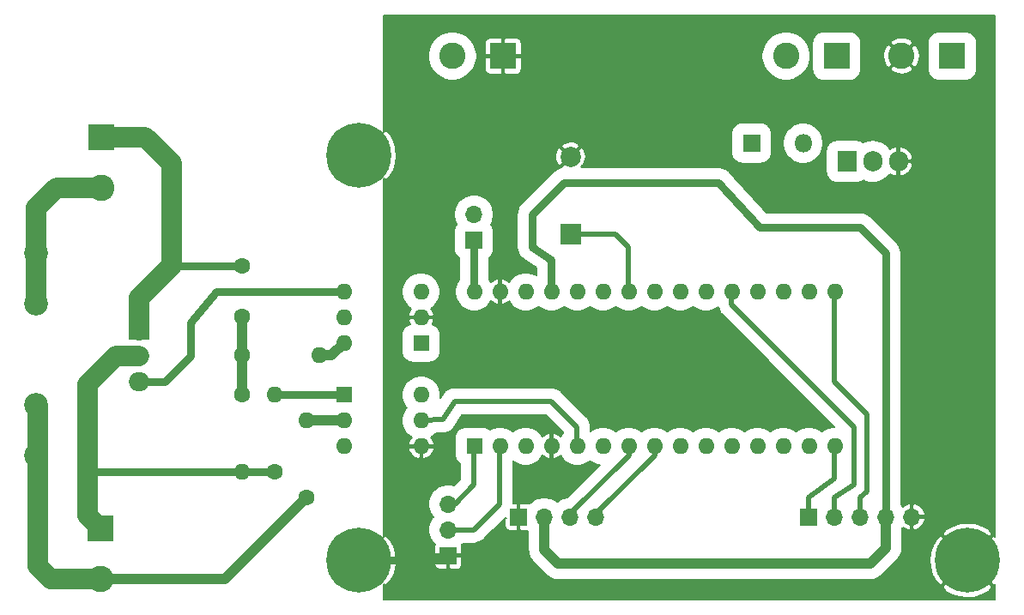
<source format=gbr>
G04 #@! TF.GenerationSoftware,KiCad,Pcbnew,(5.1.8-0-10_14)*
G04 #@! TF.CreationDate,2021-01-11T22:35:15+01:00*
G04 #@! TF.ProjectId,arduino_nano_reflow_TRIAC_v1_0,61726475-696e-46f5-9f6e-616e6f5f7265,1.0*
G04 #@! TF.SameCoordinates,Original*
G04 #@! TF.FileFunction,Copper,L2,Bot*
G04 #@! TF.FilePolarity,Positive*
%FSLAX46Y46*%
G04 Gerber Fmt 4.6, Leading zero omitted, Abs format (unit mm)*
G04 Created by KiCad (PCBNEW (5.1.8-0-10_14)) date 2021-01-11 22:35:15*
%MOMM*%
%LPD*%
G01*
G04 APERTURE LIST*
G04 #@! TA.AperFunction,ComponentPad*
%ADD10C,2.600000*%
G04 #@! TD*
G04 #@! TA.AperFunction,ComponentPad*
%ADD11R,2.600000X2.600000*%
G04 #@! TD*
G04 #@! TA.AperFunction,ComponentPad*
%ADD12O,1.700000X1.700000*%
G04 #@! TD*
G04 #@! TA.AperFunction,ComponentPad*
%ADD13R,1.700000X1.700000*%
G04 #@! TD*
G04 #@! TA.AperFunction,ComponentPad*
%ADD14O,1.600000X1.600000*%
G04 #@! TD*
G04 #@! TA.AperFunction,ComponentPad*
%ADD15R,1.600000X1.600000*%
G04 #@! TD*
G04 #@! TA.AperFunction,ComponentPad*
%ADD16O,1.800000X1.800000*%
G04 #@! TD*
G04 #@! TA.AperFunction,ComponentPad*
%ADD17R,1.800000X1.800000*%
G04 #@! TD*
G04 #@! TA.AperFunction,ComponentPad*
%ADD18C,1.600000*%
G04 #@! TD*
G04 #@! TA.AperFunction,ComponentPad*
%ADD19O,2.000000X1.905000*%
G04 #@! TD*
G04 #@! TA.AperFunction,ComponentPad*
%ADD20R,2.000000X1.905000*%
G04 #@! TD*
G04 #@! TA.AperFunction,ComponentPad*
%ADD21C,6.400000*%
G04 #@! TD*
G04 #@! TA.AperFunction,ComponentPad*
%ADD22O,1.905000X2.000000*%
G04 #@! TD*
G04 #@! TA.AperFunction,ComponentPad*
%ADD23R,1.905000X2.000000*%
G04 #@! TD*
G04 #@! TA.AperFunction,ComponentPad*
%ADD24C,2.000000*%
G04 #@! TD*
G04 #@! TA.AperFunction,ComponentPad*
%ADD25R,2.000000X2.000000*%
G04 #@! TD*
G04 #@! TA.AperFunction,ComponentPad*
%ADD26C,2.350000*%
G04 #@! TD*
G04 #@! TA.AperFunction,ViaPad*
%ADD27C,0.600000*%
G04 #@! TD*
G04 #@! TA.AperFunction,Conductor*
%ADD28C,0.750000*%
G04 #@! TD*
G04 #@! TA.AperFunction,Conductor*
%ADD29C,0.500000*%
G04 #@! TD*
G04 #@! TA.AperFunction,Conductor*
%ADD30C,1.000000*%
G04 #@! TD*
G04 #@! TA.AperFunction,Conductor*
%ADD31C,2.000000*%
G04 #@! TD*
G04 #@! TA.AperFunction,Conductor*
%ADD32C,0.200000*%
G04 #@! TD*
G04 #@! TA.AperFunction,Conductor*
%ADD33C,0.100000*%
G04 #@! TD*
G04 APERTURE END LIST*
D10*
X190018820Y-63199260D03*
D11*
X195018820Y-63199260D03*
D12*
X159858820Y-108690000D03*
X157318820Y-108690000D03*
X154778820Y-108690000D03*
D13*
X152238820Y-108690000D03*
D10*
X178618820Y-63199260D03*
D11*
X183618820Y-63199260D03*
D14*
X183428820Y-86459260D03*
X183428820Y-101699260D03*
X147868820Y-86459260D03*
X180888820Y-101699260D03*
X150408820Y-86459260D03*
X178348820Y-101699260D03*
X152948820Y-86459260D03*
X175808820Y-101699260D03*
X155488820Y-86459260D03*
X173268820Y-101699260D03*
X158028820Y-86459260D03*
X170728820Y-101699260D03*
X160568820Y-86459260D03*
X168188820Y-101699260D03*
X163108820Y-86459260D03*
X165648820Y-101699260D03*
X165648820Y-86459260D03*
X163108820Y-101699260D03*
X168188820Y-86459260D03*
X160568820Y-101699260D03*
X170728820Y-86459260D03*
X158028820Y-101699260D03*
X173268820Y-86459260D03*
X155488820Y-101699260D03*
X175808820Y-86459260D03*
X152948820Y-101699260D03*
X178348820Y-86459260D03*
X150408820Y-101699260D03*
X180888820Y-86459260D03*
D15*
X147868820Y-101699260D03*
D16*
X180298820Y-71799260D03*
D17*
X175218820Y-71799260D03*
D18*
X124985000Y-88925000D03*
X124985000Y-83925000D03*
D14*
X132538820Y-92749260D03*
D18*
X124918820Y-92749260D03*
D14*
X124985000Y-104245000D03*
D18*
X124985000Y-96625000D03*
D14*
X134998820Y-91545000D03*
X142618820Y-86465000D03*
X134998820Y-89005000D03*
X142618820Y-89005000D03*
X134998820Y-86465000D03*
D15*
X142618820Y-91545000D03*
D14*
X142638820Y-96649260D03*
X135018820Y-101729260D03*
X142638820Y-99189260D03*
X135018820Y-99189260D03*
X142638820Y-101729260D03*
D15*
X135018820Y-96649260D03*
D19*
X114823820Y-95339260D03*
X114823820Y-92799260D03*
D20*
X114823820Y-90259260D03*
D21*
X136493140Y-72990980D03*
X136493140Y-112990980D03*
X196493140Y-112990980D03*
D22*
X189698820Y-73599260D03*
X187158820Y-73599260D03*
D23*
X184618820Y-73599260D03*
D14*
X128160000Y-96625000D03*
D18*
X128160000Y-104245000D03*
D14*
X131335000Y-99165000D03*
D18*
X131335000Y-106785000D03*
D24*
X157370000Y-73150000D03*
D25*
X157370000Y-80750000D03*
D12*
X191025000Y-108690000D03*
X188485000Y-108690000D03*
X185945000Y-108690000D03*
X183405000Y-108690000D03*
D13*
X180865000Y-108690000D03*
D10*
X110993820Y-114824260D03*
D11*
X110993820Y-109824260D03*
D10*
X111093820Y-76174260D03*
D11*
X111093820Y-71174260D03*
D10*
X145718820Y-63199260D03*
D11*
X150718820Y-63199260D03*
D13*
X147845000Y-81385000D03*
D12*
X147845000Y-78845000D03*
D13*
X145305000Y-112500000D03*
D12*
X145305000Y-109960000D03*
X145305000Y-107420000D03*
D26*
X104663820Y-97639260D03*
X104663820Y-102639260D03*
X104663820Y-87639260D03*
X104663820Y-82639260D03*
D27*
X140604820Y-70447260D03*
X188485000Y-82655000D03*
D28*
X144814020Y-112990980D02*
X145305000Y-112500000D01*
X136493140Y-112990980D02*
X144814020Y-112990980D01*
D29*
X158005000Y-99800000D02*
X158005000Y-101705000D01*
X142765000Y-99165000D02*
X144780000Y-99060000D01*
X144780000Y-99060000D02*
X145940000Y-97260000D01*
X145940000Y-97260000D02*
X155465000Y-97260000D01*
X155465000Y-97260000D02*
X158005000Y-99800000D01*
X183405000Y-104880000D02*
X180865000Y-106785000D01*
X180865000Y-106785000D02*
X180865000Y-108690000D01*
X183405000Y-101705000D02*
X183405000Y-104880000D01*
D28*
X155465000Y-86465000D02*
X155465000Y-83290000D01*
X155465000Y-83290000D02*
X153560000Y-82020000D01*
X153560000Y-82020000D02*
X153560000Y-78845000D01*
X153560000Y-78845000D02*
X156735000Y-75670000D01*
X176049584Y-80115000D02*
X171975000Y-75670000D01*
X176049584Y-80115000D02*
X185945000Y-80115000D01*
X188485000Y-82655000D02*
X185945000Y-80115000D01*
X156735000Y-75670000D02*
X171975000Y-75670000D01*
X188485000Y-82655000D02*
X188485000Y-108690000D01*
D30*
X154778820Y-108389260D02*
X154778820Y-111959260D01*
X154778820Y-111959260D02*
X156128820Y-113309260D01*
X156128820Y-113309260D02*
X186908820Y-113309260D01*
X188485000Y-111733080D02*
X188485000Y-108690000D01*
X186908820Y-113309260D02*
X188485000Y-111733080D01*
D29*
X185310000Y-99800000D02*
X185310000Y-105515000D01*
X183405000Y-106785000D02*
X185310000Y-105515000D01*
X173245000Y-87735000D02*
X173245000Y-86465000D01*
X183405000Y-108690000D02*
X183405000Y-106785000D01*
X173245000Y-87735000D02*
X185310000Y-99800000D01*
X185945000Y-108690000D02*
X185945000Y-106785000D01*
X185945000Y-106785000D02*
X186580000Y-106150000D01*
X186580000Y-106150000D02*
X186580000Y-98530000D01*
X183405000Y-95355000D02*
X183405000Y-86465000D01*
X186580000Y-98530000D02*
X183405000Y-95355000D01*
D28*
X147845000Y-86465000D02*
X147845000Y-81385000D01*
X135145000Y-86465000D02*
X122443199Y-86450009D01*
X122443199Y-86450009D02*
X119903820Y-89511689D01*
X119903820Y-89511689D02*
X119903820Y-92799260D01*
X119903820Y-92799260D02*
X117363820Y-95339260D01*
X117363820Y-95339260D02*
X114823820Y-95339260D01*
D30*
X133794560Y-92749260D02*
X134998820Y-91545000D01*
X132538820Y-92749260D02*
X133794560Y-92749260D01*
X124985000Y-92683080D02*
X124918820Y-92749260D01*
X124985000Y-88925000D02*
X124985000Y-92683080D01*
X124918820Y-96558820D02*
X124985000Y-96625000D01*
X124918820Y-92749260D02*
X124918820Y-96558820D01*
D28*
X135145000Y-96625000D02*
X128795000Y-96625000D01*
D30*
X134994560Y-99165000D02*
X135018820Y-99189260D01*
X131335000Y-99165000D02*
X134994560Y-99165000D01*
D29*
X157370000Y-80750000D02*
X161815000Y-80750000D01*
X163085000Y-82020000D02*
X161815000Y-80750000D01*
X163085000Y-82020000D02*
X163085000Y-86465000D01*
D31*
X114823820Y-87084260D02*
X114823820Y-90259260D01*
X117998820Y-83909260D02*
X114823820Y-87084260D01*
X118038820Y-83909260D02*
X117998820Y-83909260D01*
X118038820Y-83909260D02*
X118002362Y-73767362D01*
X118038820Y-83909260D02*
X118038820Y-83274260D01*
D28*
X124985000Y-83925000D02*
X117998820Y-83909260D01*
D31*
X115409260Y-71174260D02*
X118002362Y-73767362D01*
X111093820Y-71174260D02*
X115409260Y-71174260D01*
D28*
X128160000Y-104245000D02*
X124985000Y-104245000D01*
X124985000Y-104245000D02*
X109745000Y-104245000D01*
D31*
X109745000Y-108575440D02*
X110993820Y-109824260D01*
X109745000Y-104245000D02*
X109745000Y-108575440D01*
X114823820Y-92799260D02*
X112518820Y-92799260D01*
X109745000Y-95573080D02*
X109745000Y-104245000D01*
X112518820Y-92799260D02*
X109745000Y-95573080D01*
X104792000Y-113516000D02*
X104792000Y-102324260D01*
X104792000Y-102324260D02*
X104792000Y-97990980D01*
X106100260Y-114824260D02*
X104792000Y-113516000D01*
X110993820Y-114824260D02*
X106100260Y-114824260D01*
D30*
X123295740Y-114824260D02*
X131335000Y-106785000D01*
X110993820Y-114824260D02*
X123295740Y-114824260D01*
D31*
X104663820Y-87719260D02*
X104663820Y-82639260D01*
X104663820Y-82639260D02*
X104663820Y-78194260D01*
X106683820Y-76174260D02*
X104663820Y-78194260D01*
X111093820Y-76174260D02*
X106683820Y-76174260D01*
D29*
X150385000Y-101705000D02*
X150385000Y-107420000D01*
X150385000Y-107420000D02*
X147845000Y-109960000D01*
X147845000Y-109960000D02*
X145305000Y-109960000D01*
X147845000Y-105515000D02*
X145940000Y-107420000D01*
X147845000Y-101705000D02*
X147845000Y-105515000D01*
X165648820Y-102599260D02*
X165648820Y-101699260D01*
X159858820Y-108389260D02*
X165648820Y-102599260D01*
X163108820Y-102599260D02*
X163108820Y-101699260D01*
X157318820Y-108389260D02*
X163108820Y-102599260D01*
D32*
X199243820Y-110634740D02*
X199103432Y-110522109D01*
X196634561Y-112990980D01*
X199103432Y-115459851D01*
X199243820Y-115347220D01*
X199243820Y-116824714D01*
X198501429Y-116825000D01*
X138926502Y-116825000D01*
X138926392Y-115645669D01*
X138962011Y-115601272D01*
X194024269Y-115601272D01*
X194389504Y-116056518D01*
X195027982Y-116408013D01*
X195722764Y-116628194D01*
X196447152Y-116708599D01*
X197173307Y-116646137D01*
X197873323Y-116443211D01*
X198520301Y-116107617D01*
X198596776Y-116056518D01*
X198962011Y-115601272D01*
X196493140Y-113132401D01*
X194024269Y-115601272D01*
X138962011Y-115601272D01*
X138926385Y-115565646D01*
X138926358Y-115282777D01*
X139103432Y-115459851D01*
X139558678Y-115094616D01*
X139910173Y-114456138D01*
X140130354Y-113761356D01*
X140176013Y-113350000D01*
X143952581Y-113350000D01*
X143962235Y-113448017D01*
X143990825Y-113542267D01*
X144037254Y-113629129D01*
X144099736Y-113705264D01*
X144175871Y-113767746D01*
X144262733Y-113814175D01*
X144356983Y-113842765D01*
X144455000Y-113852419D01*
X145080000Y-113850000D01*
X145205000Y-113725000D01*
X145205000Y-112600000D01*
X145405000Y-112600000D01*
X145405000Y-113725000D01*
X145530000Y-113850000D01*
X146155000Y-113852419D01*
X146253017Y-113842765D01*
X146347267Y-113814175D01*
X146434129Y-113767746D01*
X146510264Y-113705264D01*
X146572746Y-113629129D01*
X146619175Y-113542267D01*
X146647765Y-113448017D01*
X146657419Y-113350000D01*
X146655000Y-112725000D01*
X146530000Y-112600000D01*
X145405000Y-112600000D01*
X145205000Y-112600000D01*
X144080000Y-112600000D01*
X143955000Y-112725000D01*
X143952581Y-113350000D01*
X140176013Y-113350000D01*
X140210759Y-113036968D01*
X140148297Y-112310813D01*
X139945371Y-111610797D01*
X139609777Y-110963819D01*
X139558678Y-110887344D01*
X139103432Y-110522109D01*
X138925931Y-110699610D01*
X138925904Y-110416795D01*
X138962011Y-110380688D01*
X138925897Y-110335673D01*
X138925608Y-107227942D01*
X143355000Y-107227942D01*
X143355000Y-107612058D01*
X143429938Y-107988794D01*
X143576933Y-108343671D01*
X143790336Y-108663052D01*
X143817284Y-108690000D01*
X143790336Y-108716948D01*
X143576933Y-109036329D01*
X143429938Y-109391206D01*
X143355000Y-109767942D01*
X143355000Y-110152058D01*
X143429938Y-110528794D01*
X143576933Y-110883671D01*
X143790336Y-111203052D01*
X144009702Y-111422418D01*
X143990825Y-111457733D01*
X143962235Y-111551983D01*
X143952581Y-111650000D01*
X143955000Y-112275000D01*
X144080000Y-112400000D01*
X145205000Y-112400000D01*
X145205000Y-112380000D01*
X145405000Y-112380000D01*
X145405000Y-112400000D01*
X146530000Y-112400000D01*
X146655000Y-112275000D01*
X146657419Y-111650000D01*
X146647765Y-111551983D01*
X146619175Y-111457733D01*
X146600298Y-111422418D01*
X146712716Y-111310000D01*
X147778681Y-111310000D01*
X147845000Y-111316532D01*
X147911319Y-111310000D01*
X147911321Y-111310000D01*
X148109646Y-111290467D01*
X148364122Y-111213272D01*
X148598649Y-111087915D01*
X148804213Y-110919213D01*
X148846491Y-110867697D01*
X150924186Y-108790002D01*
X151013818Y-108790002D01*
X150888820Y-108915000D01*
X150886401Y-109540000D01*
X150896055Y-109638017D01*
X150924645Y-109732267D01*
X150971074Y-109819129D01*
X151033556Y-109895264D01*
X151109691Y-109957746D01*
X151196553Y-110004175D01*
X151290803Y-110032765D01*
X151388820Y-110042419D01*
X152013820Y-110040000D01*
X152138820Y-109915000D01*
X152138820Y-108790000D01*
X152118820Y-108790000D01*
X152118820Y-108590000D01*
X152138820Y-108590000D01*
X152138820Y-107465000D01*
X152013820Y-107340000D01*
X151735000Y-107338921D01*
X151735000Y-103172445D01*
X151737641Y-103175086D01*
X152048833Y-103383018D01*
X152394611Y-103526244D01*
X152761686Y-103599260D01*
X153135954Y-103599260D01*
X153503029Y-103526244D01*
X153848807Y-103383018D01*
X154159999Y-103175086D01*
X154424646Y-102910439D01*
X154600389Y-102647422D01*
X154604907Y-102652522D01*
X154807863Y-102806648D01*
X155036988Y-102918218D01*
X155187289Y-102963807D01*
X155388820Y-102869997D01*
X155388820Y-101799260D01*
X155368820Y-101799260D01*
X155368820Y-101599260D01*
X155388820Y-101599260D01*
X155388820Y-100528523D01*
X155187289Y-100434713D01*
X155036988Y-100480302D01*
X154807863Y-100591872D01*
X154604907Y-100745998D01*
X154600389Y-100751098D01*
X154424646Y-100488081D01*
X154159999Y-100223434D01*
X153848807Y-100015502D01*
X153503029Y-99872276D01*
X153135954Y-99799260D01*
X152761686Y-99799260D01*
X152394611Y-99872276D01*
X152048833Y-100015502D01*
X151737641Y-100223434D01*
X151678820Y-100282255D01*
X151619999Y-100223434D01*
X151308807Y-100015502D01*
X150963029Y-99872276D01*
X150595954Y-99799260D01*
X150221686Y-99799260D01*
X149854611Y-99872276D01*
X149508833Y-100015502D01*
X149407997Y-100082879D01*
X149282904Y-99980218D01*
X149091808Y-99878076D01*
X148884458Y-99815176D01*
X148668820Y-99793938D01*
X147068820Y-99793938D01*
X146853182Y-99815176D01*
X146645832Y-99878076D01*
X146454736Y-99980218D01*
X146287239Y-100117679D01*
X146149778Y-100285176D01*
X146047636Y-100476272D01*
X145984736Y-100683622D01*
X145963498Y-100899260D01*
X145963498Y-102499260D01*
X145984736Y-102714898D01*
X146047636Y-102922248D01*
X146149778Y-103113344D01*
X146287239Y-103280841D01*
X146454736Y-103418302D01*
X146495000Y-103439824D01*
X146495001Y-104955810D01*
X145896478Y-105554334D01*
X145873794Y-105544938D01*
X145497058Y-105470000D01*
X145112942Y-105470000D01*
X144736206Y-105544938D01*
X144381329Y-105691933D01*
X144061948Y-105905336D01*
X143790336Y-106176948D01*
X143576933Y-106496329D01*
X143429938Y-106851206D01*
X143355000Y-107227942D01*
X138925608Y-107227942D01*
X138925123Y-102030791D01*
X141374273Y-102030791D01*
X141419862Y-102181092D01*
X141531432Y-102410217D01*
X141685558Y-102613173D01*
X141876318Y-102782161D01*
X142096380Y-102910687D01*
X142337288Y-102993811D01*
X142538820Y-102900412D01*
X142538820Y-101829260D01*
X142738820Y-101829260D01*
X142738820Y-102900412D01*
X142940352Y-102993811D01*
X143181260Y-102910687D01*
X143401322Y-102782161D01*
X143592082Y-102613173D01*
X143746208Y-102410217D01*
X143857778Y-102181092D01*
X143903367Y-102030791D01*
X143809557Y-101829260D01*
X142738820Y-101829260D01*
X142538820Y-101829260D01*
X141468083Y-101829260D01*
X141374273Y-102030791D01*
X138925123Y-102030791D01*
X138924603Y-96462126D01*
X140738820Y-96462126D01*
X140738820Y-96836394D01*
X140811836Y-97203469D01*
X140955062Y-97549247D01*
X141162994Y-97860439D01*
X141221815Y-97919260D01*
X141162994Y-97978081D01*
X140955062Y-98289273D01*
X140811836Y-98635051D01*
X140738820Y-99002126D01*
X140738820Y-99376394D01*
X140811836Y-99743469D01*
X140955062Y-100089247D01*
X141162994Y-100400439D01*
X141427641Y-100665086D01*
X141690658Y-100840829D01*
X141685558Y-100845347D01*
X141531432Y-101048303D01*
X141419862Y-101277428D01*
X141374273Y-101427729D01*
X141468083Y-101629260D01*
X142538820Y-101629260D01*
X142538820Y-101609260D01*
X142738820Y-101609260D01*
X142738820Y-101629260D01*
X143809557Y-101629260D01*
X143903367Y-101427729D01*
X143857778Y-101277428D01*
X143746208Y-101048303D01*
X143592082Y-100845347D01*
X143586982Y-100840829D01*
X143849999Y-100665086D01*
X144066050Y-100449035D01*
X144760026Y-100412872D01*
X144802502Y-100416345D01*
X144892533Y-100405967D01*
X144916483Y-100404719D01*
X144958382Y-100398377D01*
X145066679Y-100385893D01*
X145089655Y-100378505D01*
X145113523Y-100374892D01*
X145216062Y-100337858D01*
X145319840Y-100304488D01*
X145340937Y-100292758D01*
X145363637Y-100284559D01*
X145456967Y-100228241D01*
X145552255Y-100175258D01*
X145570659Y-100159636D01*
X145591323Y-100147167D01*
X145671880Y-100073717D01*
X145754992Y-100003169D01*
X145769992Y-99984261D01*
X145787829Y-99967997D01*
X145852510Y-99880240D01*
X145878844Y-99847044D01*
X145891836Y-99826883D01*
X145945605Y-99753932D01*
X145963711Y-99715354D01*
X146676050Y-98610000D01*
X154905812Y-98610000D01*
X156655000Y-100359188D01*
X156655000Y-100386075D01*
X156552994Y-100488081D01*
X156377251Y-100751098D01*
X156372733Y-100745998D01*
X156169777Y-100591872D01*
X155940652Y-100480302D01*
X155790351Y-100434713D01*
X155588820Y-100528523D01*
X155588820Y-101599260D01*
X155608820Y-101599260D01*
X155608820Y-101799260D01*
X155588820Y-101799260D01*
X155588820Y-102869997D01*
X155790351Y-102963807D01*
X155940652Y-102918218D01*
X156169777Y-102806648D01*
X156372733Y-102652522D01*
X156377251Y-102647422D01*
X156552994Y-102910439D01*
X156817641Y-103175086D01*
X157128833Y-103383018D01*
X157474611Y-103526244D01*
X157841686Y-103599260D01*
X158215954Y-103599260D01*
X158583029Y-103526244D01*
X158928807Y-103383018D01*
X159239999Y-103175086D01*
X159298820Y-103116265D01*
X159357641Y-103175086D01*
X159668833Y-103383018D01*
X160014611Y-103526244D01*
X160229837Y-103569055D01*
X157042040Y-106756852D01*
X156750026Y-106814938D01*
X156395149Y-106961933D01*
X156075768Y-107175336D01*
X156048820Y-107202284D01*
X156021872Y-107175336D01*
X155702491Y-106961933D01*
X155347614Y-106814938D01*
X154970878Y-106740000D01*
X154586762Y-106740000D01*
X154210026Y-106814938D01*
X153855149Y-106961933D01*
X153535768Y-107175336D01*
X153316402Y-107394702D01*
X153281087Y-107375825D01*
X153186837Y-107347235D01*
X153088820Y-107337581D01*
X152463820Y-107340000D01*
X152338820Y-107465000D01*
X152338820Y-108590000D01*
X152358820Y-108590000D01*
X152358820Y-108790000D01*
X152338820Y-108790000D01*
X152338820Y-109915000D01*
X152463820Y-110040000D01*
X153088820Y-110042419D01*
X153178820Y-110033555D01*
X153178821Y-111880657D01*
X153171079Y-111959260D01*
X153196820Y-112220604D01*
X153201972Y-112272915D01*
X153224851Y-112348336D01*
X153293461Y-112574515D01*
X153442032Y-112852473D01*
X153456355Y-112869925D01*
X153641976Y-113096105D01*
X153703027Y-113146208D01*
X154941871Y-114385053D01*
X154991975Y-114446105D01*
X155235607Y-114646048D01*
X155513564Y-114794619D01*
X155815165Y-114886109D01*
X156050223Y-114909260D01*
X156050225Y-114909260D01*
X156128819Y-114917001D01*
X156207413Y-114909260D01*
X186830226Y-114909260D01*
X186908820Y-114917001D01*
X186987414Y-114909260D01*
X186987417Y-114909260D01*
X187222475Y-114886109D01*
X187524076Y-114794619D01*
X187802033Y-114646048D01*
X188045665Y-114446105D01*
X188095773Y-114385048D01*
X189535829Y-112944992D01*
X192775521Y-112944992D01*
X192837983Y-113671147D01*
X193040909Y-114371163D01*
X193376503Y-115018141D01*
X193427602Y-115094616D01*
X193882848Y-115459851D01*
X196351719Y-112990980D01*
X193882848Y-110522109D01*
X193427602Y-110887344D01*
X193076107Y-111525822D01*
X192855926Y-112220604D01*
X192775521Y-112944992D01*
X189535829Y-112944992D01*
X189560794Y-112920028D01*
X189621845Y-112869925D01*
X189740782Y-112725000D01*
X189821788Y-112626294D01*
X189970359Y-112348336D01*
X189970359Y-112348335D01*
X190061849Y-112046735D01*
X190085000Y-111811677D01*
X190085000Y-111811675D01*
X190092741Y-111733081D01*
X190085000Y-111654487D01*
X190085000Y-110380688D01*
X194024269Y-110380688D01*
X196493140Y-112849559D01*
X198962011Y-110380688D01*
X198596776Y-109925442D01*
X197958298Y-109573947D01*
X197263516Y-109353766D01*
X196539128Y-109273361D01*
X195812973Y-109335823D01*
X195112957Y-109538749D01*
X194465979Y-109874343D01*
X194389504Y-109925442D01*
X194024269Y-110380688D01*
X190085000Y-110380688D01*
X190085000Y-109805337D01*
X190148152Y-109710823D01*
X190314570Y-109837954D01*
X190552175Y-109954494D01*
X190715625Y-110004072D01*
X190925000Y-109910912D01*
X190925000Y-108790000D01*
X191125000Y-108790000D01*
X191125000Y-109910912D01*
X191334375Y-110004072D01*
X191497825Y-109954494D01*
X191735430Y-109837954D01*
X191945734Y-109677298D01*
X192120655Y-109478701D01*
X192253470Y-109249795D01*
X192339076Y-108999376D01*
X192246295Y-108790000D01*
X191125000Y-108790000D01*
X190925000Y-108790000D01*
X190905000Y-108790000D01*
X190905000Y-108590000D01*
X190925000Y-108590000D01*
X190925000Y-107469088D01*
X191125000Y-107469088D01*
X191125000Y-108590000D01*
X192246295Y-108590000D01*
X192339076Y-108380624D01*
X192253470Y-108130205D01*
X192120655Y-107901299D01*
X191945734Y-107702702D01*
X191735430Y-107542046D01*
X191497825Y-107425506D01*
X191334375Y-107375928D01*
X191125000Y-107469088D01*
X190925000Y-107469088D01*
X190715625Y-107375928D01*
X190552175Y-107425506D01*
X190314570Y-107542046D01*
X190148152Y-107669177D01*
X189999664Y-107446948D01*
X189960000Y-107407284D01*
X189960000Y-82727444D01*
X189967135Y-82654999D01*
X189960000Y-82582554D01*
X189960000Y-82582548D01*
X189938657Y-82365850D01*
X189938122Y-82364084D01*
X189913072Y-82281507D01*
X189854315Y-82087811D01*
X189717351Y-81831569D01*
X189654803Y-81755355D01*
X189579213Y-81663248D01*
X189579208Y-81663243D01*
X189533027Y-81606972D01*
X189476758Y-81560793D01*
X187039216Y-79123252D01*
X186993028Y-79066972D01*
X186768431Y-78882649D01*
X186512189Y-78745685D01*
X186234150Y-78661343D01*
X186017452Y-78640000D01*
X186017445Y-78640000D01*
X185945000Y-78632865D01*
X185872555Y-78640000D01*
X176698438Y-78640000D01*
X173089573Y-74703057D01*
X173023028Y-74621972D01*
X172935499Y-74550138D01*
X172851183Y-74474580D01*
X172823396Y-74458137D01*
X172798431Y-74437649D01*
X172698559Y-74384266D01*
X172601132Y-74326615D01*
X172570672Y-74315910D01*
X172542189Y-74300685D01*
X172433827Y-74267814D01*
X172327019Y-74230275D01*
X172295053Y-74225717D01*
X172264150Y-74216343D01*
X172151454Y-74205243D01*
X172039379Y-74189264D01*
X171934660Y-74195000D01*
X158455900Y-74195000D01*
X158506162Y-74144738D01*
X158415555Y-74054131D01*
X158645489Y-73953091D01*
X158777656Y-73688824D01*
X158855728Y-73403850D01*
X158876703Y-73109121D01*
X158839777Y-72815963D01*
X158746369Y-72535642D01*
X158645489Y-72346909D01*
X158415554Y-72245868D01*
X157511421Y-73150000D01*
X157525564Y-73164142D01*
X157384142Y-73305564D01*
X157370000Y-73291421D01*
X156465868Y-74195554D01*
X156473794Y-74213591D01*
X156445849Y-74216343D01*
X156244766Y-74277341D01*
X156167811Y-74300685D01*
X155911569Y-74437649D01*
X155686972Y-74621972D01*
X155640788Y-74678247D01*
X152568248Y-77750788D01*
X152511973Y-77796972D01*
X152327650Y-78021569D01*
X152254441Y-78158534D01*
X152190685Y-78277812D01*
X152106343Y-78555850D01*
X152077865Y-78845000D01*
X152085001Y-78917455D01*
X152085000Y-81948323D01*
X152077865Y-82021550D01*
X152092145Y-82164991D01*
X152106343Y-82309149D01*
X152106570Y-82309898D01*
X152106647Y-82310670D01*
X152148667Y-82448672D01*
X152190685Y-82587188D01*
X152191052Y-82587875D01*
X152191279Y-82588620D01*
X152259577Y-82716076D01*
X152327649Y-82843430D01*
X152328143Y-82844031D01*
X152328511Y-82844719D01*
X152420590Y-82956679D01*
X152511972Y-83068027D01*
X152512571Y-83068519D01*
X152513069Y-83069124D01*
X152624962Y-83160757D01*
X152736569Y-83252351D01*
X152801462Y-83287037D01*
X153990001Y-84079397D01*
X153990001Y-84869845D01*
X153848807Y-84775502D01*
X153503029Y-84632276D01*
X153135954Y-84559260D01*
X152761686Y-84559260D01*
X152394611Y-84632276D01*
X152048833Y-84775502D01*
X151737641Y-84983434D01*
X151472994Y-85248081D01*
X151297251Y-85511098D01*
X151292733Y-85505998D01*
X151089777Y-85351872D01*
X150860652Y-85240302D01*
X150710351Y-85194713D01*
X150508820Y-85288523D01*
X150508820Y-86359260D01*
X150528820Y-86359260D01*
X150528820Y-86559260D01*
X150508820Y-86559260D01*
X150508820Y-87629997D01*
X150710351Y-87723807D01*
X150860652Y-87678218D01*
X151089777Y-87566648D01*
X151292733Y-87412522D01*
X151297251Y-87407422D01*
X151472994Y-87670439D01*
X151737641Y-87935086D01*
X152048833Y-88143018D01*
X152394611Y-88286244D01*
X152761686Y-88359260D01*
X153135954Y-88359260D01*
X153503029Y-88286244D01*
X153848807Y-88143018D01*
X154159999Y-87935086D01*
X154218820Y-87876265D01*
X154277641Y-87935086D01*
X154588833Y-88143018D01*
X154934611Y-88286244D01*
X155301686Y-88359260D01*
X155675954Y-88359260D01*
X156043029Y-88286244D01*
X156388807Y-88143018D01*
X156699999Y-87935086D01*
X156758820Y-87876265D01*
X156817641Y-87935086D01*
X157128833Y-88143018D01*
X157474611Y-88286244D01*
X157841686Y-88359260D01*
X158215954Y-88359260D01*
X158583029Y-88286244D01*
X158928807Y-88143018D01*
X159239999Y-87935086D01*
X159298820Y-87876265D01*
X159357641Y-87935086D01*
X159668833Y-88143018D01*
X160014611Y-88286244D01*
X160381686Y-88359260D01*
X160755954Y-88359260D01*
X161123029Y-88286244D01*
X161468807Y-88143018D01*
X161779999Y-87935086D01*
X161838820Y-87876265D01*
X161897641Y-87935086D01*
X162208833Y-88143018D01*
X162554611Y-88286244D01*
X162921686Y-88359260D01*
X163295954Y-88359260D01*
X163663029Y-88286244D01*
X164008807Y-88143018D01*
X164319999Y-87935086D01*
X164378820Y-87876265D01*
X164437641Y-87935086D01*
X164748833Y-88143018D01*
X165094611Y-88286244D01*
X165461686Y-88359260D01*
X165835954Y-88359260D01*
X166203029Y-88286244D01*
X166548807Y-88143018D01*
X166859999Y-87935086D01*
X166918820Y-87876265D01*
X166977641Y-87935086D01*
X167288833Y-88143018D01*
X167634611Y-88286244D01*
X168001686Y-88359260D01*
X168375954Y-88359260D01*
X168743029Y-88286244D01*
X169088807Y-88143018D01*
X169399999Y-87935086D01*
X169458820Y-87876265D01*
X169517641Y-87935086D01*
X169828833Y-88143018D01*
X170174611Y-88286244D01*
X170541686Y-88359260D01*
X170915954Y-88359260D01*
X171283029Y-88286244D01*
X171628807Y-88143018D01*
X171910140Y-87955037D01*
X171914533Y-87999645D01*
X171991728Y-88254121D01*
X171991729Y-88254122D01*
X172117085Y-88488649D01*
X172243510Y-88642698D01*
X172243513Y-88642701D01*
X172285787Y-88694212D01*
X172337299Y-88736487D01*
X183400072Y-99799260D01*
X183241686Y-99799260D01*
X182874611Y-99872276D01*
X182528833Y-100015502D01*
X182217641Y-100223434D01*
X182158820Y-100282255D01*
X182099999Y-100223434D01*
X181788807Y-100015502D01*
X181443029Y-99872276D01*
X181075954Y-99799260D01*
X180701686Y-99799260D01*
X180334611Y-99872276D01*
X179988833Y-100015502D01*
X179677641Y-100223434D01*
X179618820Y-100282255D01*
X179559999Y-100223434D01*
X179248807Y-100015502D01*
X178903029Y-99872276D01*
X178535954Y-99799260D01*
X178161686Y-99799260D01*
X177794611Y-99872276D01*
X177448833Y-100015502D01*
X177137641Y-100223434D01*
X177078820Y-100282255D01*
X177019999Y-100223434D01*
X176708807Y-100015502D01*
X176363029Y-99872276D01*
X175995954Y-99799260D01*
X175621686Y-99799260D01*
X175254611Y-99872276D01*
X174908833Y-100015502D01*
X174597641Y-100223434D01*
X174538820Y-100282255D01*
X174479999Y-100223434D01*
X174168807Y-100015502D01*
X173823029Y-99872276D01*
X173455954Y-99799260D01*
X173081686Y-99799260D01*
X172714611Y-99872276D01*
X172368833Y-100015502D01*
X172057641Y-100223434D01*
X171998820Y-100282255D01*
X171939999Y-100223434D01*
X171628807Y-100015502D01*
X171283029Y-99872276D01*
X170915954Y-99799260D01*
X170541686Y-99799260D01*
X170174611Y-99872276D01*
X169828833Y-100015502D01*
X169517641Y-100223434D01*
X169458820Y-100282255D01*
X169399999Y-100223434D01*
X169088807Y-100015502D01*
X168743029Y-99872276D01*
X168375954Y-99799260D01*
X168001686Y-99799260D01*
X167634611Y-99872276D01*
X167288833Y-100015502D01*
X166977641Y-100223434D01*
X166918820Y-100282255D01*
X166859999Y-100223434D01*
X166548807Y-100015502D01*
X166203029Y-99872276D01*
X165835954Y-99799260D01*
X165461686Y-99799260D01*
X165094611Y-99872276D01*
X164748833Y-100015502D01*
X164437641Y-100223434D01*
X164378820Y-100282255D01*
X164319999Y-100223434D01*
X164008807Y-100015502D01*
X163663029Y-99872276D01*
X163295954Y-99799260D01*
X162921686Y-99799260D01*
X162554611Y-99872276D01*
X162208833Y-100015502D01*
X161897641Y-100223434D01*
X161838820Y-100282255D01*
X161779999Y-100223434D01*
X161468807Y-100015502D01*
X161123029Y-99872276D01*
X160755954Y-99799260D01*
X160381686Y-99799260D01*
X160014611Y-99872276D01*
X159668833Y-100015502D01*
X159357641Y-100223434D01*
X159355000Y-100226075D01*
X159355000Y-99866310D01*
X159361531Y-99799999D01*
X159355000Y-99733688D01*
X159355000Y-99733679D01*
X159335467Y-99535354D01*
X159258272Y-99280878D01*
X159132915Y-99046351D01*
X158964212Y-98840787D01*
X158912701Y-98798513D01*
X156466491Y-96352303D01*
X156424213Y-96300787D01*
X156218649Y-96132085D01*
X155984122Y-96006728D01*
X155729646Y-95929533D01*
X155531321Y-95910000D01*
X155531319Y-95910000D01*
X155465000Y-95903468D01*
X155398681Y-95910000D01*
X145995091Y-95910000D01*
X145917497Y-95903655D01*
X145796567Y-95917595D01*
X145675354Y-95929533D01*
X145664539Y-95932814D01*
X145653320Y-95934107D01*
X145537421Y-95971375D01*
X145420878Y-96006728D01*
X145410915Y-96012053D01*
X145400159Y-96015512D01*
X145293751Y-96074679D01*
X145186351Y-96132085D01*
X145177615Y-96139254D01*
X145167744Y-96144743D01*
X145074912Y-96223540D01*
X144980787Y-96300787D01*
X144973622Y-96309518D01*
X144965006Y-96316831D01*
X144889333Y-96412224D01*
X144812085Y-96506351D01*
X144775379Y-96575023D01*
X144508407Y-96989290D01*
X144538820Y-96836394D01*
X144538820Y-96462126D01*
X144465804Y-96095051D01*
X144322578Y-95749273D01*
X144114646Y-95438081D01*
X143849999Y-95173434D01*
X143538807Y-94965502D01*
X143193029Y-94822276D01*
X142825954Y-94749260D01*
X142451686Y-94749260D01*
X142084611Y-94822276D01*
X141738833Y-94965502D01*
X141427641Y-95173434D01*
X141162994Y-95438081D01*
X140955062Y-95749273D01*
X140811836Y-96095051D01*
X140738820Y-96462126D01*
X138924603Y-96462126D01*
X138924069Y-90745000D01*
X140713498Y-90745000D01*
X140713498Y-92345000D01*
X140734736Y-92560638D01*
X140797636Y-92767988D01*
X140899778Y-92959084D01*
X141037239Y-93126581D01*
X141204736Y-93264042D01*
X141395832Y-93366184D01*
X141603182Y-93429084D01*
X141818820Y-93450322D01*
X143418820Y-93450322D01*
X143634458Y-93429084D01*
X143841808Y-93366184D01*
X144032904Y-93264042D01*
X144200401Y-93126581D01*
X144337862Y-92959084D01*
X144440004Y-92767988D01*
X144502904Y-92560638D01*
X144524142Y-92345000D01*
X144524142Y-90745000D01*
X144502904Y-90529362D01*
X144440004Y-90322012D01*
X144337862Y-90130916D01*
X144200401Y-89963419D01*
X144032904Y-89825958D01*
X143841808Y-89723816D01*
X143724485Y-89688226D01*
X143726208Y-89685957D01*
X143837778Y-89456832D01*
X143883367Y-89306531D01*
X143789557Y-89105000D01*
X142718820Y-89105000D01*
X142718820Y-89125000D01*
X142518820Y-89125000D01*
X142518820Y-89105000D01*
X141448083Y-89105000D01*
X141354273Y-89306531D01*
X141399862Y-89456832D01*
X141511432Y-89685957D01*
X141513155Y-89688226D01*
X141395832Y-89723816D01*
X141204736Y-89825958D01*
X141037239Y-89963419D01*
X140899778Y-90130916D01*
X140797636Y-90322012D01*
X140734736Y-90529362D01*
X140713498Y-90745000D01*
X138924069Y-90745000D01*
X138923652Y-86277866D01*
X140718820Y-86277866D01*
X140718820Y-86652134D01*
X140791836Y-87019209D01*
X140935062Y-87364987D01*
X141142994Y-87676179D01*
X141407641Y-87940826D01*
X141670658Y-88116569D01*
X141665558Y-88121087D01*
X141511432Y-88324043D01*
X141399862Y-88553168D01*
X141354273Y-88703469D01*
X141448083Y-88905000D01*
X142518820Y-88905000D01*
X142518820Y-88885000D01*
X142718820Y-88885000D01*
X142718820Y-88905000D01*
X143789557Y-88905000D01*
X143883367Y-88703469D01*
X143837778Y-88553168D01*
X143726208Y-88324043D01*
X143572082Y-88121087D01*
X143566982Y-88116569D01*
X143829999Y-87940826D01*
X144094646Y-87676179D01*
X144302578Y-87364987D01*
X144445804Y-87019209D01*
X144518820Y-86652134D01*
X144518820Y-86277866D01*
X144445804Y-85910791D01*
X144302578Y-85565013D01*
X144094646Y-85253821D01*
X143829999Y-84989174D01*
X143518807Y-84781242D01*
X143173029Y-84638016D01*
X142805954Y-84565000D01*
X142431686Y-84565000D01*
X142064611Y-84638016D01*
X141718833Y-84781242D01*
X141407641Y-84989174D01*
X141142994Y-85253821D01*
X140935062Y-85565013D01*
X140791836Y-85910791D01*
X140718820Y-86277866D01*
X138923652Y-86277866D01*
X138923116Y-80535000D01*
X145889678Y-80535000D01*
X145889678Y-82235000D01*
X145910916Y-82450638D01*
X145973816Y-82657988D01*
X146075958Y-82849084D01*
X146213419Y-83016581D01*
X146370001Y-83145084D01*
X146370000Y-85282494D01*
X146185062Y-85559273D01*
X146041836Y-85905051D01*
X145968820Y-86272126D01*
X145968820Y-86646394D01*
X146041836Y-87013469D01*
X146185062Y-87359247D01*
X146392994Y-87670439D01*
X146657641Y-87935086D01*
X146968833Y-88143018D01*
X147314611Y-88286244D01*
X147681686Y-88359260D01*
X148055954Y-88359260D01*
X148423029Y-88286244D01*
X148768807Y-88143018D01*
X149079999Y-87935086D01*
X149344646Y-87670439D01*
X149520389Y-87407422D01*
X149524907Y-87412522D01*
X149727863Y-87566648D01*
X149956988Y-87678218D01*
X150107289Y-87723807D01*
X150308820Y-87629997D01*
X150308820Y-86559260D01*
X150288820Y-86559260D01*
X150288820Y-86359260D01*
X150308820Y-86359260D01*
X150308820Y-85288523D01*
X150107289Y-85194713D01*
X149956988Y-85240302D01*
X149727863Y-85351872D01*
X149524907Y-85505998D01*
X149520389Y-85511098D01*
X149344646Y-85248081D01*
X149320000Y-85223435D01*
X149320000Y-83145083D01*
X149476581Y-83016581D01*
X149614042Y-82849084D01*
X149716184Y-82657988D01*
X149779084Y-82450638D01*
X149800322Y-82235000D01*
X149800322Y-80535000D01*
X149779084Y-80319362D01*
X149716184Y-80112012D01*
X149614042Y-79920916D01*
X149535383Y-79825069D01*
X149573067Y-79768671D01*
X149720062Y-79413794D01*
X149795000Y-79037058D01*
X149795000Y-78652942D01*
X149720062Y-78276206D01*
X149573067Y-77921329D01*
X149359664Y-77601948D01*
X149088052Y-77330336D01*
X148768671Y-77116933D01*
X148413794Y-76969938D01*
X148037058Y-76895000D01*
X147652942Y-76895000D01*
X147276206Y-76969938D01*
X146921329Y-77116933D01*
X146601948Y-77330336D01*
X146330336Y-77601948D01*
X146116933Y-77921329D01*
X145969938Y-78276206D01*
X145895000Y-78652942D01*
X145895000Y-79037058D01*
X145969938Y-79413794D01*
X146116933Y-79768671D01*
X146154617Y-79825069D01*
X146075958Y-79920916D01*
X145973816Y-80112012D01*
X145910916Y-80319362D01*
X145889678Y-80535000D01*
X138923116Y-80535000D01*
X138922659Y-75650322D01*
X138962011Y-75601272D01*
X138922651Y-75561912D01*
X138922624Y-75279043D01*
X139103432Y-75459851D01*
X139558678Y-75094616D01*
X139910173Y-74456138D01*
X140130354Y-73761356D01*
X140193675Y-73190879D01*
X155863297Y-73190879D01*
X155900223Y-73484037D01*
X155993631Y-73764358D01*
X156094511Y-73953091D01*
X156324446Y-74054132D01*
X157228579Y-73150000D01*
X156324446Y-72245868D01*
X156094511Y-72346909D01*
X155962344Y-72611176D01*
X155884272Y-72896150D01*
X155863297Y-73190879D01*
X140193675Y-73190879D01*
X140210759Y-73036968D01*
X140148297Y-72310813D01*
X140088474Y-72104446D01*
X156465868Y-72104446D01*
X157370000Y-73008579D01*
X158274132Y-72104446D01*
X158173091Y-71874511D01*
X157908824Y-71742344D01*
X157623850Y-71664272D01*
X157329121Y-71643297D01*
X157035963Y-71680223D01*
X156755642Y-71773631D01*
X156566909Y-71874511D01*
X156465868Y-72104446D01*
X140088474Y-72104446D01*
X139945371Y-71610797D01*
X139609777Y-70963819D01*
X139566641Y-70899260D01*
X173213498Y-70899260D01*
X173213498Y-72699260D01*
X173234736Y-72914898D01*
X173297636Y-73122248D01*
X173399778Y-73313344D01*
X173537239Y-73480841D01*
X173704736Y-73618302D01*
X173895832Y-73720444D01*
X174103182Y-73783344D01*
X174318820Y-73804582D01*
X176118820Y-73804582D01*
X176334458Y-73783344D01*
X176541808Y-73720444D01*
X176732904Y-73618302D01*
X176900401Y-73480841D01*
X177037862Y-73313344D01*
X177140004Y-73122248D01*
X177202904Y-72914898D01*
X177224142Y-72699260D01*
X177224142Y-71602277D01*
X178298820Y-71602277D01*
X178298820Y-71996243D01*
X178375679Y-72382638D01*
X178526443Y-72746615D01*
X178745319Y-73074186D01*
X179023894Y-73352761D01*
X179351465Y-73571637D01*
X179715442Y-73722401D01*
X180101837Y-73799260D01*
X180495803Y-73799260D01*
X180882198Y-73722401D01*
X181246175Y-73571637D01*
X181573746Y-73352761D01*
X181852321Y-73074186D01*
X182071197Y-72746615D01*
X182132233Y-72599260D01*
X182560998Y-72599260D01*
X182560998Y-74599260D01*
X182582236Y-74814898D01*
X182645136Y-75022248D01*
X182747278Y-75213344D01*
X182884739Y-75380841D01*
X183052236Y-75518302D01*
X183243332Y-75620444D01*
X183450682Y-75683344D01*
X183666320Y-75704582D01*
X185571320Y-75704582D01*
X185786958Y-75683344D01*
X185994308Y-75620444D01*
X186185404Y-75518302D01*
X186233027Y-75479218D01*
X186369563Y-75552198D01*
X186756461Y-75669562D01*
X187158820Y-75709191D01*
X187561180Y-75669562D01*
X187948078Y-75552198D01*
X188304645Y-75361609D01*
X188617179Y-75105119D01*
X188851001Y-74820206D01*
X188888597Y-74851255D01*
X189139151Y-74986178D01*
X189373369Y-75062330D01*
X189598820Y-74970488D01*
X189598820Y-73699260D01*
X189798820Y-73699260D01*
X189798820Y-74970488D01*
X190024271Y-75062330D01*
X190258489Y-74986178D01*
X190509043Y-74851255D01*
X190728460Y-74670044D01*
X190908309Y-74449509D01*
X191041678Y-74198125D01*
X191123441Y-73925552D01*
X191024514Y-73699260D01*
X189798820Y-73699260D01*
X189598820Y-73699260D01*
X189578820Y-73699260D01*
X189578820Y-73499260D01*
X189598820Y-73499260D01*
X189598820Y-72228032D01*
X189798820Y-72228032D01*
X189798820Y-73499260D01*
X191024514Y-73499260D01*
X191123441Y-73272968D01*
X191041678Y-73000395D01*
X190908309Y-72749011D01*
X190728460Y-72528476D01*
X190509043Y-72347265D01*
X190258489Y-72212342D01*
X190024271Y-72136190D01*
X189798820Y-72228032D01*
X189598820Y-72228032D01*
X189373369Y-72136190D01*
X189139151Y-72212342D01*
X188888597Y-72347265D01*
X188851001Y-72378314D01*
X188617179Y-72093401D01*
X188304645Y-71836911D01*
X187948077Y-71646322D01*
X187561179Y-71528958D01*
X187158820Y-71489329D01*
X186756460Y-71528958D01*
X186369562Y-71646322D01*
X186233027Y-71719301D01*
X186185404Y-71680218D01*
X185994308Y-71578076D01*
X185786958Y-71515176D01*
X185571320Y-71493938D01*
X183666320Y-71493938D01*
X183450682Y-71515176D01*
X183243332Y-71578076D01*
X183052236Y-71680218D01*
X182884739Y-71817679D01*
X182747278Y-71985176D01*
X182645136Y-72176272D01*
X182582236Y-72383622D01*
X182560998Y-72599260D01*
X182132233Y-72599260D01*
X182221961Y-72382638D01*
X182298820Y-71996243D01*
X182298820Y-71602277D01*
X182221961Y-71215882D01*
X182071197Y-70851905D01*
X181852321Y-70524334D01*
X181573746Y-70245759D01*
X181246175Y-70026883D01*
X180882198Y-69876119D01*
X180495803Y-69799260D01*
X180101837Y-69799260D01*
X179715442Y-69876119D01*
X179351465Y-70026883D01*
X179023894Y-70245759D01*
X178745319Y-70524334D01*
X178526443Y-70851905D01*
X178375679Y-71215882D01*
X178298820Y-71602277D01*
X177224142Y-71602277D01*
X177224142Y-70899260D01*
X177202904Y-70683622D01*
X177140004Y-70476272D01*
X177037862Y-70285176D01*
X176900401Y-70117679D01*
X176732904Y-69980218D01*
X176541808Y-69878076D01*
X176334458Y-69815176D01*
X176118820Y-69793938D01*
X174318820Y-69793938D01*
X174103182Y-69815176D01*
X173895832Y-69878076D01*
X173704736Y-69980218D01*
X173537239Y-70117679D01*
X173399778Y-70285176D01*
X173297636Y-70476272D01*
X173234736Y-70683622D01*
X173213498Y-70899260D01*
X139566641Y-70899260D01*
X139558678Y-70887344D01*
X139103432Y-70522109D01*
X138922197Y-70703344D01*
X138922171Y-70420528D01*
X138962011Y-70380688D01*
X138922162Y-70331019D01*
X138921475Y-62962881D01*
X143318820Y-62962881D01*
X143318820Y-63435639D01*
X143411050Y-63899314D01*
X143591967Y-64336086D01*
X143854618Y-64729171D01*
X144188909Y-65063462D01*
X144581994Y-65326113D01*
X145018766Y-65507030D01*
X145482441Y-65599260D01*
X145955199Y-65599260D01*
X146418874Y-65507030D01*
X146855646Y-65326113D01*
X147248731Y-65063462D01*
X147583022Y-64729171D01*
X147736643Y-64499260D01*
X148916401Y-64499260D01*
X148926055Y-64597277D01*
X148954645Y-64691527D01*
X149001074Y-64778389D01*
X149063556Y-64854524D01*
X149139691Y-64917006D01*
X149226553Y-64963435D01*
X149320803Y-64992025D01*
X149418820Y-65001679D01*
X150493820Y-64999260D01*
X150618820Y-64874260D01*
X150618820Y-63299260D01*
X150818820Y-63299260D01*
X150818820Y-64874260D01*
X150943820Y-64999260D01*
X152018820Y-65001679D01*
X152116837Y-64992025D01*
X152211087Y-64963435D01*
X152297949Y-64917006D01*
X152374084Y-64854524D01*
X152436566Y-64778389D01*
X152482995Y-64691527D01*
X152511585Y-64597277D01*
X152521239Y-64499260D01*
X152518820Y-63424260D01*
X152393820Y-63299260D01*
X150818820Y-63299260D01*
X150618820Y-63299260D01*
X149043820Y-63299260D01*
X148918820Y-63424260D01*
X148916401Y-64499260D01*
X147736643Y-64499260D01*
X147845673Y-64336086D01*
X148026590Y-63899314D01*
X148118820Y-63435639D01*
X148118820Y-62962881D01*
X148026590Y-62499206D01*
X147845673Y-62062434D01*
X147736644Y-61899260D01*
X148916401Y-61899260D01*
X148918820Y-62974260D01*
X149043820Y-63099260D01*
X150618820Y-63099260D01*
X150618820Y-61524260D01*
X150818820Y-61524260D01*
X150818820Y-63099260D01*
X152393820Y-63099260D01*
X152518820Y-62974260D01*
X152518845Y-62962881D01*
X176218820Y-62962881D01*
X176218820Y-63435639D01*
X176311050Y-63899314D01*
X176491967Y-64336086D01*
X176754618Y-64729171D01*
X177088909Y-65063462D01*
X177481994Y-65326113D01*
X177918766Y-65507030D01*
X178382441Y-65599260D01*
X178855199Y-65599260D01*
X179318874Y-65507030D01*
X179755646Y-65326113D01*
X180148731Y-65063462D01*
X180483022Y-64729171D01*
X180745673Y-64336086D01*
X180926590Y-63899314D01*
X181018820Y-63435639D01*
X181018820Y-62962881D01*
X180926590Y-62499206D01*
X180745673Y-62062434D01*
X180636644Y-61899260D01*
X181213498Y-61899260D01*
X181213498Y-64499260D01*
X181234736Y-64714898D01*
X181297636Y-64922248D01*
X181399778Y-65113344D01*
X181537239Y-65280841D01*
X181704736Y-65418302D01*
X181895832Y-65520444D01*
X182103182Y-65583344D01*
X182318820Y-65604582D01*
X184918820Y-65604582D01*
X185134458Y-65583344D01*
X185341808Y-65520444D01*
X185532904Y-65418302D01*
X185700401Y-65280841D01*
X185837862Y-65113344D01*
X185940004Y-64922248D01*
X186002904Y-64714898D01*
X186024142Y-64499260D01*
X186024142Y-64458431D01*
X188901070Y-64458431D01*
X189038216Y-64719076D01*
X189353559Y-64881179D01*
X189694469Y-64978648D01*
X190047842Y-65007735D01*
X190400100Y-64967324D01*
X190737706Y-64858968D01*
X190999424Y-64719076D01*
X191136570Y-64458431D01*
X190018820Y-63340681D01*
X188901070Y-64458431D01*
X186024142Y-64458431D01*
X186024142Y-63228282D01*
X188210345Y-63228282D01*
X188250756Y-63580540D01*
X188359112Y-63918146D01*
X188499004Y-64179864D01*
X188759649Y-64317010D01*
X189877399Y-63199260D01*
X190160241Y-63199260D01*
X191277991Y-64317010D01*
X191538636Y-64179864D01*
X191700739Y-63864521D01*
X191798208Y-63523611D01*
X191827295Y-63170238D01*
X191786884Y-62817980D01*
X191678528Y-62480374D01*
X191538636Y-62218656D01*
X191277991Y-62081510D01*
X190160241Y-63199260D01*
X189877399Y-63199260D01*
X188759649Y-62081510D01*
X188499004Y-62218656D01*
X188336901Y-62533999D01*
X188239432Y-62874909D01*
X188210345Y-63228282D01*
X186024142Y-63228282D01*
X186024142Y-61940089D01*
X188901070Y-61940089D01*
X190018820Y-63057839D01*
X191136570Y-61940089D01*
X191115087Y-61899260D01*
X192613498Y-61899260D01*
X192613498Y-64499260D01*
X192634736Y-64714898D01*
X192697636Y-64922248D01*
X192799778Y-65113344D01*
X192937239Y-65280841D01*
X193104736Y-65418302D01*
X193295832Y-65520444D01*
X193503182Y-65583344D01*
X193718820Y-65604582D01*
X196318820Y-65604582D01*
X196534458Y-65583344D01*
X196741808Y-65520444D01*
X196932904Y-65418302D01*
X197100401Y-65280841D01*
X197237862Y-65113344D01*
X197340004Y-64922248D01*
X197402904Y-64714898D01*
X197424142Y-64499260D01*
X197424142Y-61899260D01*
X197402904Y-61683622D01*
X197340004Y-61476272D01*
X197237862Y-61285176D01*
X197100401Y-61117679D01*
X196932904Y-60980218D01*
X196741808Y-60878076D01*
X196534458Y-60815176D01*
X196318820Y-60793938D01*
X193718820Y-60793938D01*
X193503182Y-60815176D01*
X193295832Y-60878076D01*
X193104736Y-60980218D01*
X192937239Y-61117679D01*
X192799778Y-61285176D01*
X192697636Y-61476272D01*
X192634736Y-61683622D01*
X192613498Y-61899260D01*
X191115087Y-61899260D01*
X190999424Y-61679444D01*
X190684081Y-61517341D01*
X190343171Y-61419872D01*
X189989798Y-61390785D01*
X189637540Y-61431196D01*
X189299934Y-61539552D01*
X189038216Y-61679444D01*
X188901070Y-61940089D01*
X186024142Y-61940089D01*
X186024142Y-61899260D01*
X186002904Y-61683622D01*
X185940004Y-61476272D01*
X185837862Y-61285176D01*
X185700401Y-61117679D01*
X185532904Y-60980218D01*
X185341808Y-60878076D01*
X185134458Y-60815176D01*
X184918820Y-60793938D01*
X182318820Y-60793938D01*
X182103182Y-60815176D01*
X181895832Y-60878076D01*
X181704736Y-60980218D01*
X181537239Y-61117679D01*
X181399778Y-61285176D01*
X181297636Y-61476272D01*
X181234736Y-61683622D01*
X181213498Y-61899260D01*
X180636644Y-61899260D01*
X180483022Y-61669349D01*
X180148731Y-61335058D01*
X179755646Y-61072407D01*
X179318874Y-60891490D01*
X178855199Y-60799260D01*
X178382441Y-60799260D01*
X177918766Y-60891490D01*
X177481994Y-61072407D01*
X177088909Y-61335058D01*
X176754618Y-61669349D01*
X176491967Y-62062434D01*
X176311050Y-62499206D01*
X176218820Y-62962881D01*
X152518845Y-62962881D01*
X152521239Y-61899260D01*
X152511585Y-61801243D01*
X152482995Y-61706993D01*
X152436566Y-61620131D01*
X152374084Y-61543996D01*
X152297949Y-61481514D01*
X152211087Y-61435085D01*
X152116837Y-61406495D01*
X152018820Y-61396841D01*
X150943820Y-61399260D01*
X150818820Y-61524260D01*
X150618820Y-61524260D01*
X150493820Y-61399260D01*
X149418820Y-61396841D01*
X149320803Y-61406495D01*
X149226553Y-61435085D01*
X149139691Y-61481514D01*
X149063556Y-61543996D01*
X149001074Y-61620131D01*
X148954645Y-61706993D01*
X148926055Y-61801243D01*
X148916401Y-61899260D01*
X147736644Y-61899260D01*
X147583022Y-61669349D01*
X147248731Y-61335058D01*
X146855646Y-61072407D01*
X146418874Y-60891490D01*
X145955199Y-60799260D01*
X145482441Y-60799260D01*
X145018766Y-60891490D01*
X144581994Y-61072407D01*
X144188909Y-61335058D01*
X143854618Y-61669349D01*
X143591967Y-62062434D01*
X143411050Y-62499206D01*
X143318820Y-62962881D01*
X138921475Y-62962881D01*
X138921121Y-59174260D01*
X199243821Y-59174260D01*
X199243820Y-110634740D01*
G04 #@! TA.AperFunction,Conductor*
D33*
G36*
X199243820Y-110634740D02*
G01*
X199103432Y-110522109D01*
X196634561Y-112990980D01*
X199103432Y-115459851D01*
X199243820Y-115347220D01*
X199243820Y-116824714D01*
X198501429Y-116825000D01*
X138926502Y-116825000D01*
X138926392Y-115645669D01*
X138962011Y-115601272D01*
X194024269Y-115601272D01*
X194389504Y-116056518D01*
X195027982Y-116408013D01*
X195722764Y-116628194D01*
X196447152Y-116708599D01*
X197173307Y-116646137D01*
X197873323Y-116443211D01*
X198520301Y-116107617D01*
X198596776Y-116056518D01*
X198962011Y-115601272D01*
X196493140Y-113132401D01*
X194024269Y-115601272D01*
X138962011Y-115601272D01*
X138926385Y-115565646D01*
X138926358Y-115282777D01*
X139103432Y-115459851D01*
X139558678Y-115094616D01*
X139910173Y-114456138D01*
X140130354Y-113761356D01*
X140176013Y-113350000D01*
X143952581Y-113350000D01*
X143962235Y-113448017D01*
X143990825Y-113542267D01*
X144037254Y-113629129D01*
X144099736Y-113705264D01*
X144175871Y-113767746D01*
X144262733Y-113814175D01*
X144356983Y-113842765D01*
X144455000Y-113852419D01*
X145080000Y-113850000D01*
X145205000Y-113725000D01*
X145205000Y-112600000D01*
X145405000Y-112600000D01*
X145405000Y-113725000D01*
X145530000Y-113850000D01*
X146155000Y-113852419D01*
X146253017Y-113842765D01*
X146347267Y-113814175D01*
X146434129Y-113767746D01*
X146510264Y-113705264D01*
X146572746Y-113629129D01*
X146619175Y-113542267D01*
X146647765Y-113448017D01*
X146657419Y-113350000D01*
X146655000Y-112725000D01*
X146530000Y-112600000D01*
X145405000Y-112600000D01*
X145205000Y-112600000D01*
X144080000Y-112600000D01*
X143955000Y-112725000D01*
X143952581Y-113350000D01*
X140176013Y-113350000D01*
X140210759Y-113036968D01*
X140148297Y-112310813D01*
X139945371Y-111610797D01*
X139609777Y-110963819D01*
X139558678Y-110887344D01*
X139103432Y-110522109D01*
X138925931Y-110699610D01*
X138925904Y-110416795D01*
X138962011Y-110380688D01*
X138925897Y-110335673D01*
X138925608Y-107227942D01*
X143355000Y-107227942D01*
X143355000Y-107612058D01*
X143429938Y-107988794D01*
X143576933Y-108343671D01*
X143790336Y-108663052D01*
X143817284Y-108690000D01*
X143790336Y-108716948D01*
X143576933Y-109036329D01*
X143429938Y-109391206D01*
X143355000Y-109767942D01*
X143355000Y-110152058D01*
X143429938Y-110528794D01*
X143576933Y-110883671D01*
X143790336Y-111203052D01*
X144009702Y-111422418D01*
X143990825Y-111457733D01*
X143962235Y-111551983D01*
X143952581Y-111650000D01*
X143955000Y-112275000D01*
X144080000Y-112400000D01*
X145205000Y-112400000D01*
X145205000Y-112380000D01*
X145405000Y-112380000D01*
X145405000Y-112400000D01*
X146530000Y-112400000D01*
X146655000Y-112275000D01*
X146657419Y-111650000D01*
X146647765Y-111551983D01*
X146619175Y-111457733D01*
X146600298Y-111422418D01*
X146712716Y-111310000D01*
X147778681Y-111310000D01*
X147845000Y-111316532D01*
X147911319Y-111310000D01*
X147911321Y-111310000D01*
X148109646Y-111290467D01*
X148364122Y-111213272D01*
X148598649Y-111087915D01*
X148804213Y-110919213D01*
X148846491Y-110867697D01*
X150924186Y-108790002D01*
X151013818Y-108790002D01*
X150888820Y-108915000D01*
X150886401Y-109540000D01*
X150896055Y-109638017D01*
X150924645Y-109732267D01*
X150971074Y-109819129D01*
X151033556Y-109895264D01*
X151109691Y-109957746D01*
X151196553Y-110004175D01*
X151290803Y-110032765D01*
X151388820Y-110042419D01*
X152013820Y-110040000D01*
X152138820Y-109915000D01*
X152138820Y-108790000D01*
X152118820Y-108790000D01*
X152118820Y-108590000D01*
X152138820Y-108590000D01*
X152138820Y-107465000D01*
X152013820Y-107340000D01*
X151735000Y-107338921D01*
X151735000Y-103172445D01*
X151737641Y-103175086D01*
X152048833Y-103383018D01*
X152394611Y-103526244D01*
X152761686Y-103599260D01*
X153135954Y-103599260D01*
X153503029Y-103526244D01*
X153848807Y-103383018D01*
X154159999Y-103175086D01*
X154424646Y-102910439D01*
X154600389Y-102647422D01*
X154604907Y-102652522D01*
X154807863Y-102806648D01*
X155036988Y-102918218D01*
X155187289Y-102963807D01*
X155388820Y-102869997D01*
X155388820Y-101799260D01*
X155368820Y-101799260D01*
X155368820Y-101599260D01*
X155388820Y-101599260D01*
X155388820Y-100528523D01*
X155187289Y-100434713D01*
X155036988Y-100480302D01*
X154807863Y-100591872D01*
X154604907Y-100745998D01*
X154600389Y-100751098D01*
X154424646Y-100488081D01*
X154159999Y-100223434D01*
X153848807Y-100015502D01*
X153503029Y-99872276D01*
X153135954Y-99799260D01*
X152761686Y-99799260D01*
X152394611Y-99872276D01*
X152048833Y-100015502D01*
X151737641Y-100223434D01*
X151678820Y-100282255D01*
X151619999Y-100223434D01*
X151308807Y-100015502D01*
X150963029Y-99872276D01*
X150595954Y-99799260D01*
X150221686Y-99799260D01*
X149854611Y-99872276D01*
X149508833Y-100015502D01*
X149407997Y-100082879D01*
X149282904Y-99980218D01*
X149091808Y-99878076D01*
X148884458Y-99815176D01*
X148668820Y-99793938D01*
X147068820Y-99793938D01*
X146853182Y-99815176D01*
X146645832Y-99878076D01*
X146454736Y-99980218D01*
X146287239Y-100117679D01*
X146149778Y-100285176D01*
X146047636Y-100476272D01*
X145984736Y-100683622D01*
X145963498Y-100899260D01*
X145963498Y-102499260D01*
X145984736Y-102714898D01*
X146047636Y-102922248D01*
X146149778Y-103113344D01*
X146287239Y-103280841D01*
X146454736Y-103418302D01*
X146495000Y-103439824D01*
X146495001Y-104955810D01*
X145896478Y-105554334D01*
X145873794Y-105544938D01*
X145497058Y-105470000D01*
X145112942Y-105470000D01*
X144736206Y-105544938D01*
X144381329Y-105691933D01*
X144061948Y-105905336D01*
X143790336Y-106176948D01*
X143576933Y-106496329D01*
X143429938Y-106851206D01*
X143355000Y-107227942D01*
X138925608Y-107227942D01*
X138925123Y-102030791D01*
X141374273Y-102030791D01*
X141419862Y-102181092D01*
X141531432Y-102410217D01*
X141685558Y-102613173D01*
X141876318Y-102782161D01*
X142096380Y-102910687D01*
X142337288Y-102993811D01*
X142538820Y-102900412D01*
X142538820Y-101829260D01*
X142738820Y-101829260D01*
X142738820Y-102900412D01*
X142940352Y-102993811D01*
X143181260Y-102910687D01*
X143401322Y-102782161D01*
X143592082Y-102613173D01*
X143746208Y-102410217D01*
X143857778Y-102181092D01*
X143903367Y-102030791D01*
X143809557Y-101829260D01*
X142738820Y-101829260D01*
X142538820Y-101829260D01*
X141468083Y-101829260D01*
X141374273Y-102030791D01*
X138925123Y-102030791D01*
X138924603Y-96462126D01*
X140738820Y-96462126D01*
X140738820Y-96836394D01*
X140811836Y-97203469D01*
X140955062Y-97549247D01*
X141162994Y-97860439D01*
X141221815Y-97919260D01*
X141162994Y-97978081D01*
X140955062Y-98289273D01*
X140811836Y-98635051D01*
X140738820Y-99002126D01*
X140738820Y-99376394D01*
X140811836Y-99743469D01*
X140955062Y-100089247D01*
X141162994Y-100400439D01*
X141427641Y-100665086D01*
X141690658Y-100840829D01*
X141685558Y-100845347D01*
X141531432Y-101048303D01*
X141419862Y-101277428D01*
X141374273Y-101427729D01*
X141468083Y-101629260D01*
X142538820Y-101629260D01*
X142538820Y-101609260D01*
X142738820Y-101609260D01*
X142738820Y-101629260D01*
X143809557Y-101629260D01*
X143903367Y-101427729D01*
X143857778Y-101277428D01*
X143746208Y-101048303D01*
X143592082Y-100845347D01*
X143586982Y-100840829D01*
X143849999Y-100665086D01*
X144066050Y-100449035D01*
X144760026Y-100412872D01*
X144802502Y-100416345D01*
X144892533Y-100405967D01*
X144916483Y-100404719D01*
X144958382Y-100398377D01*
X145066679Y-100385893D01*
X145089655Y-100378505D01*
X145113523Y-100374892D01*
X145216062Y-100337858D01*
X145319840Y-100304488D01*
X145340937Y-100292758D01*
X145363637Y-100284559D01*
X145456967Y-100228241D01*
X145552255Y-100175258D01*
X145570659Y-100159636D01*
X145591323Y-100147167D01*
X145671880Y-100073717D01*
X145754992Y-100003169D01*
X145769992Y-99984261D01*
X145787829Y-99967997D01*
X145852510Y-99880240D01*
X145878844Y-99847044D01*
X145891836Y-99826883D01*
X145945605Y-99753932D01*
X145963711Y-99715354D01*
X146676050Y-98610000D01*
X154905812Y-98610000D01*
X156655000Y-100359188D01*
X156655000Y-100386075D01*
X156552994Y-100488081D01*
X156377251Y-100751098D01*
X156372733Y-100745998D01*
X156169777Y-100591872D01*
X155940652Y-100480302D01*
X155790351Y-100434713D01*
X155588820Y-100528523D01*
X155588820Y-101599260D01*
X155608820Y-101599260D01*
X155608820Y-101799260D01*
X155588820Y-101799260D01*
X155588820Y-102869997D01*
X155790351Y-102963807D01*
X155940652Y-102918218D01*
X156169777Y-102806648D01*
X156372733Y-102652522D01*
X156377251Y-102647422D01*
X156552994Y-102910439D01*
X156817641Y-103175086D01*
X157128833Y-103383018D01*
X157474611Y-103526244D01*
X157841686Y-103599260D01*
X158215954Y-103599260D01*
X158583029Y-103526244D01*
X158928807Y-103383018D01*
X159239999Y-103175086D01*
X159298820Y-103116265D01*
X159357641Y-103175086D01*
X159668833Y-103383018D01*
X160014611Y-103526244D01*
X160229837Y-103569055D01*
X157042040Y-106756852D01*
X156750026Y-106814938D01*
X156395149Y-106961933D01*
X156075768Y-107175336D01*
X156048820Y-107202284D01*
X156021872Y-107175336D01*
X155702491Y-106961933D01*
X155347614Y-106814938D01*
X154970878Y-106740000D01*
X154586762Y-106740000D01*
X154210026Y-106814938D01*
X153855149Y-106961933D01*
X153535768Y-107175336D01*
X153316402Y-107394702D01*
X153281087Y-107375825D01*
X153186837Y-107347235D01*
X153088820Y-107337581D01*
X152463820Y-107340000D01*
X152338820Y-107465000D01*
X152338820Y-108590000D01*
X152358820Y-108590000D01*
X152358820Y-108790000D01*
X152338820Y-108790000D01*
X152338820Y-109915000D01*
X152463820Y-110040000D01*
X153088820Y-110042419D01*
X153178820Y-110033555D01*
X153178821Y-111880657D01*
X153171079Y-111959260D01*
X153196820Y-112220604D01*
X153201972Y-112272915D01*
X153224851Y-112348336D01*
X153293461Y-112574515D01*
X153442032Y-112852473D01*
X153456355Y-112869925D01*
X153641976Y-113096105D01*
X153703027Y-113146208D01*
X154941871Y-114385053D01*
X154991975Y-114446105D01*
X155235607Y-114646048D01*
X155513564Y-114794619D01*
X155815165Y-114886109D01*
X156050223Y-114909260D01*
X156050225Y-114909260D01*
X156128819Y-114917001D01*
X156207413Y-114909260D01*
X186830226Y-114909260D01*
X186908820Y-114917001D01*
X186987414Y-114909260D01*
X186987417Y-114909260D01*
X187222475Y-114886109D01*
X187524076Y-114794619D01*
X187802033Y-114646048D01*
X188045665Y-114446105D01*
X188095773Y-114385048D01*
X189535829Y-112944992D01*
X192775521Y-112944992D01*
X192837983Y-113671147D01*
X193040909Y-114371163D01*
X193376503Y-115018141D01*
X193427602Y-115094616D01*
X193882848Y-115459851D01*
X196351719Y-112990980D01*
X193882848Y-110522109D01*
X193427602Y-110887344D01*
X193076107Y-111525822D01*
X192855926Y-112220604D01*
X192775521Y-112944992D01*
X189535829Y-112944992D01*
X189560794Y-112920028D01*
X189621845Y-112869925D01*
X189740782Y-112725000D01*
X189821788Y-112626294D01*
X189970359Y-112348336D01*
X189970359Y-112348335D01*
X190061849Y-112046735D01*
X190085000Y-111811677D01*
X190085000Y-111811675D01*
X190092741Y-111733081D01*
X190085000Y-111654487D01*
X190085000Y-110380688D01*
X194024269Y-110380688D01*
X196493140Y-112849559D01*
X198962011Y-110380688D01*
X198596776Y-109925442D01*
X197958298Y-109573947D01*
X197263516Y-109353766D01*
X196539128Y-109273361D01*
X195812973Y-109335823D01*
X195112957Y-109538749D01*
X194465979Y-109874343D01*
X194389504Y-109925442D01*
X194024269Y-110380688D01*
X190085000Y-110380688D01*
X190085000Y-109805337D01*
X190148152Y-109710823D01*
X190314570Y-109837954D01*
X190552175Y-109954494D01*
X190715625Y-110004072D01*
X190925000Y-109910912D01*
X190925000Y-108790000D01*
X191125000Y-108790000D01*
X191125000Y-109910912D01*
X191334375Y-110004072D01*
X191497825Y-109954494D01*
X191735430Y-109837954D01*
X191945734Y-109677298D01*
X192120655Y-109478701D01*
X192253470Y-109249795D01*
X192339076Y-108999376D01*
X192246295Y-108790000D01*
X191125000Y-108790000D01*
X190925000Y-108790000D01*
X190905000Y-108790000D01*
X190905000Y-108590000D01*
X190925000Y-108590000D01*
X190925000Y-107469088D01*
X191125000Y-107469088D01*
X191125000Y-108590000D01*
X192246295Y-108590000D01*
X192339076Y-108380624D01*
X192253470Y-108130205D01*
X192120655Y-107901299D01*
X191945734Y-107702702D01*
X191735430Y-107542046D01*
X191497825Y-107425506D01*
X191334375Y-107375928D01*
X191125000Y-107469088D01*
X190925000Y-107469088D01*
X190715625Y-107375928D01*
X190552175Y-107425506D01*
X190314570Y-107542046D01*
X190148152Y-107669177D01*
X189999664Y-107446948D01*
X189960000Y-107407284D01*
X189960000Y-82727444D01*
X189967135Y-82654999D01*
X189960000Y-82582554D01*
X189960000Y-82582548D01*
X189938657Y-82365850D01*
X189938122Y-82364084D01*
X189913072Y-82281507D01*
X189854315Y-82087811D01*
X189717351Y-81831569D01*
X189654803Y-81755355D01*
X189579213Y-81663248D01*
X189579208Y-81663243D01*
X189533027Y-81606972D01*
X189476758Y-81560793D01*
X187039216Y-79123252D01*
X186993028Y-79066972D01*
X186768431Y-78882649D01*
X186512189Y-78745685D01*
X186234150Y-78661343D01*
X186017452Y-78640000D01*
X186017445Y-78640000D01*
X185945000Y-78632865D01*
X185872555Y-78640000D01*
X176698438Y-78640000D01*
X173089573Y-74703057D01*
X173023028Y-74621972D01*
X172935499Y-74550138D01*
X172851183Y-74474580D01*
X172823396Y-74458137D01*
X172798431Y-74437649D01*
X172698559Y-74384266D01*
X172601132Y-74326615D01*
X172570672Y-74315910D01*
X172542189Y-74300685D01*
X172433827Y-74267814D01*
X172327019Y-74230275D01*
X172295053Y-74225717D01*
X172264150Y-74216343D01*
X172151454Y-74205243D01*
X172039379Y-74189264D01*
X171934660Y-74195000D01*
X158455900Y-74195000D01*
X158506162Y-74144738D01*
X158415555Y-74054131D01*
X158645489Y-73953091D01*
X158777656Y-73688824D01*
X158855728Y-73403850D01*
X158876703Y-73109121D01*
X158839777Y-72815963D01*
X158746369Y-72535642D01*
X158645489Y-72346909D01*
X158415554Y-72245868D01*
X157511421Y-73150000D01*
X157525564Y-73164142D01*
X157384142Y-73305564D01*
X157370000Y-73291421D01*
X156465868Y-74195554D01*
X156473794Y-74213591D01*
X156445849Y-74216343D01*
X156244766Y-74277341D01*
X156167811Y-74300685D01*
X155911569Y-74437649D01*
X155686972Y-74621972D01*
X155640788Y-74678247D01*
X152568248Y-77750788D01*
X152511973Y-77796972D01*
X152327650Y-78021569D01*
X152254441Y-78158534D01*
X152190685Y-78277812D01*
X152106343Y-78555850D01*
X152077865Y-78845000D01*
X152085001Y-78917455D01*
X152085000Y-81948323D01*
X152077865Y-82021550D01*
X152092145Y-82164991D01*
X152106343Y-82309149D01*
X152106570Y-82309898D01*
X152106647Y-82310670D01*
X152148667Y-82448672D01*
X152190685Y-82587188D01*
X152191052Y-82587875D01*
X152191279Y-82588620D01*
X152259577Y-82716076D01*
X152327649Y-82843430D01*
X152328143Y-82844031D01*
X152328511Y-82844719D01*
X152420590Y-82956679D01*
X152511972Y-83068027D01*
X152512571Y-83068519D01*
X152513069Y-83069124D01*
X152624962Y-83160757D01*
X152736569Y-83252351D01*
X152801462Y-83287037D01*
X153990001Y-84079397D01*
X153990001Y-84869845D01*
X153848807Y-84775502D01*
X153503029Y-84632276D01*
X153135954Y-84559260D01*
X152761686Y-84559260D01*
X152394611Y-84632276D01*
X152048833Y-84775502D01*
X151737641Y-84983434D01*
X151472994Y-85248081D01*
X151297251Y-85511098D01*
X151292733Y-85505998D01*
X151089777Y-85351872D01*
X150860652Y-85240302D01*
X150710351Y-85194713D01*
X150508820Y-85288523D01*
X150508820Y-86359260D01*
X150528820Y-86359260D01*
X150528820Y-86559260D01*
X150508820Y-86559260D01*
X150508820Y-87629997D01*
X150710351Y-87723807D01*
X150860652Y-87678218D01*
X151089777Y-87566648D01*
X151292733Y-87412522D01*
X151297251Y-87407422D01*
X151472994Y-87670439D01*
X151737641Y-87935086D01*
X152048833Y-88143018D01*
X152394611Y-88286244D01*
X152761686Y-88359260D01*
X153135954Y-88359260D01*
X153503029Y-88286244D01*
X153848807Y-88143018D01*
X154159999Y-87935086D01*
X154218820Y-87876265D01*
X154277641Y-87935086D01*
X154588833Y-88143018D01*
X154934611Y-88286244D01*
X155301686Y-88359260D01*
X155675954Y-88359260D01*
X156043029Y-88286244D01*
X156388807Y-88143018D01*
X156699999Y-87935086D01*
X156758820Y-87876265D01*
X156817641Y-87935086D01*
X157128833Y-88143018D01*
X157474611Y-88286244D01*
X157841686Y-88359260D01*
X158215954Y-88359260D01*
X158583029Y-88286244D01*
X158928807Y-88143018D01*
X159239999Y-87935086D01*
X159298820Y-87876265D01*
X159357641Y-87935086D01*
X159668833Y-88143018D01*
X160014611Y-88286244D01*
X160381686Y-88359260D01*
X160755954Y-88359260D01*
X161123029Y-88286244D01*
X161468807Y-88143018D01*
X161779999Y-87935086D01*
X161838820Y-87876265D01*
X161897641Y-87935086D01*
X162208833Y-88143018D01*
X162554611Y-88286244D01*
X162921686Y-88359260D01*
X163295954Y-88359260D01*
X163663029Y-88286244D01*
X164008807Y-88143018D01*
X164319999Y-87935086D01*
X164378820Y-87876265D01*
X164437641Y-87935086D01*
X164748833Y-88143018D01*
X165094611Y-88286244D01*
X165461686Y-88359260D01*
X165835954Y-88359260D01*
X166203029Y-88286244D01*
X166548807Y-88143018D01*
X166859999Y-87935086D01*
X166918820Y-87876265D01*
X166977641Y-87935086D01*
X167288833Y-88143018D01*
X167634611Y-88286244D01*
X168001686Y-88359260D01*
X168375954Y-88359260D01*
X168743029Y-88286244D01*
X169088807Y-88143018D01*
X169399999Y-87935086D01*
X169458820Y-87876265D01*
X169517641Y-87935086D01*
X169828833Y-88143018D01*
X170174611Y-88286244D01*
X170541686Y-88359260D01*
X170915954Y-88359260D01*
X171283029Y-88286244D01*
X171628807Y-88143018D01*
X171910140Y-87955037D01*
X171914533Y-87999645D01*
X171991728Y-88254121D01*
X171991729Y-88254122D01*
X172117085Y-88488649D01*
X172243510Y-88642698D01*
X172243513Y-88642701D01*
X172285787Y-88694212D01*
X172337299Y-88736487D01*
X183400072Y-99799260D01*
X183241686Y-99799260D01*
X182874611Y-99872276D01*
X182528833Y-100015502D01*
X182217641Y-100223434D01*
X182158820Y-100282255D01*
X182099999Y-100223434D01*
X181788807Y-100015502D01*
X181443029Y-99872276D01*
X181075954Y-99799260D01*
X180701686Y-99799260D01*
X180334611Y-99872276D01*
X179988833Y-100015502D01*
X179677641Y-100223434D01*
X179618820Y-100282255D01*
X179559999Y-100223434D01*
X179248807Y-100015502D01*
X178903029Y-99872276D01*
X178535954Y-99799260D01*
X178161686Y-99799260D01*
X177794611Y-99872276D01*
X177448833Y-100015502D01*
X177137641Y-100223434D01*
X177078820Y-100282255D01*
X177019999Y-100223434D01*
X176708807Y-100015502D01*
X176363029Y-99872276D01*
X175995954Y-99799260D01*
X175621686Y-99799260D01*
X175254611Y-99872276D01*
X174908833Y-100015502D01*
X174597641Y-100223434D01*
X174538820Y-100282255D01*
X174479999Y-100223434D01*
X174168807Y-100015502D01*
X173823029Y-99872276D01*
X173455954Y-99799260D01*
X173081686Y-99799260D01*
X172714611Y-99872276D01*
X172368833Y-100015502D01*
X172057641Y-100223434D01*
X171998820Y-100282255D01*
X171939999Y-100223434D01*
X171628807Y-100015502D01*
X171283029Y-99872276D01*
X170915954Y-99799260D01*
X170541686Y-99799260D01*
X170174611Y-99872276D01*
X169828833Y-100015502D01*
X169517641Y-100223434D01*
X169458820Y-100282255D01*
X169399999Y-100223434D01*
X169088807Y-100015502D01*
X168743029Y-99872276D01*
X168375954Y-99799260D01*
X168001686Y-99799260D01*
X167634611Y-99872276D01*
X167288833Y-100015502D01*
X166977641Y-100223434D01*
X166918820Y-100282255D01*
X166859999Y-100223434D01*
X166548807Y-100015502D01*
X166203029Y-99872276D01*
X165835954Y-99799260D01*
X165461686Y-99799260D01*
X165094611Y-99872276D01*
X164748833Y-100015502D01*
X164437641Y-100223434D01*
X164378820Y-100282255D01*
X164319999Y-100223434D01*
X164008807Y-100015502D01*
X163663029Y-99872276D01*
X163295954Y-99799260D01*
X162921686Y-99799260D01*
X162554611Y-99872276D01*
X162208833Y-100015502D01*
X161897641Y-100223434D01*
X161838820Y-100282255D01*
X161779999Y-100223434D01*
X161468807Y-100015502D01*
X161123029Y-99872276D01*
X160755954Y-99799260D01*
X160381686Y-99799260D01*
X160014611Y-99872276D01*
X159668833Y-100015502D01*
X159357641Y-100223434D01*
X159355000Y-100226075D01*
X159355000Y-99866310D01*
X159361531Y-99799999D01*
X159355000Y-99733688D01*
X159355000Y-99733679D01*
X159335467Y-99535354D01*
X159258272Y-99280878D01*
X159132915Y-99046351D01*
X158964212Y-98840787D01*
X158912701Y-98798513D01*
X156466491Y-96352303D01*
X156424213Y-96300787D01*
X156218649Y-96132085D01*
X155984122Y-96006728D01*
X155729646Y-95929533D01*
X155531321Y-95910000D01*
X155531319Y-95910000D01*
X155465000Y-95903468D01*
X155398681Y-95910000D01*
X145995091Y-95910000D01*
X145917497Y-95903655D01*
X145796567Y-95917595D01*
X145675354Y-95929533D01*
X145664539Y-95932814D01*
X145653320Y-95934107D01*
X145537421Y-95971375D01*
X145420878Y-96006728D01*
X145410915Y-96012053D01*
X145400159Y-96015512D01*
X145293751Y-96074679D01*
X145186351Y-96132085D01*
X145177615Y-96139254D01*
X145167744Y-96144743D01*
X145074912Y-96223540D01*
X144980787Y-96300787D01*
X144973622Y-96309518D01*
X144965006Y-96316831D01*
X144889333Y-96412224D01*
X144812085Y-96506351D01*
X144775379Y-96575023D01*
X144508407Y-96989290D01*
X144538820Y-96836394D01*
X144538820Y-96462126D01*
X144465804Y-96095051D01*
X144322578Y-95749273D01*
X144114646Y-95438081D01*
X143849999Y-95173434D01*
X143538807Y-94965502D01*
X143193029Y-94822276D01*
X142825954Y-94749260D01*
X142451686Y-94749260D01*
X142084611Y-94822276D01*
X141738833Y-94965502D01*
X141427641Y-95173434D01*
X141162994Y-95438081D01*
X140955062Y-95749273D01*
X140811836Y-96095051D01*
X140738820Y-96462126D01*
X138924603Y-96462126D01*
X138924069Y-90745000D01*
X140713498Y-90745000D01*
X140713498Y-92345000D01*
X140734736Y-92560638D01*
X140797636Y-92767988D01*
X140899778Y-92959084D01*
X141037239Y-93126581D01*
X141204736Y-93264042D01*
X141395832Y-93366184D01*
X141603182Y-93429084D01*
X141818820Y-93450322D01*
X143418820Y-93450322D01*
X143634458Y-93429084D01*
X143841808Y-93366184D01*
X144032904Y-93264042D01*
X144200401Y-93126581D01*
X144337862Y-92959084D01*
X144440004Y-92767988D01*
X144502904Y-92560638D01*
X144524142Y-92345000D01*
X144524142Y-90745000D01*
X144502904Y-90529362D01*
X144440004Y-90322012D01*
X144337862Y-90130916D01*
X144200401Y-89963419D01*
X144032904Y-89825958D01*
X143841808Y-89723816D01*
X143724485Y-89688226D01*
X143726208Y-89685957D01*
X143837778Y-89456832D01*
X143883367Y-89306531D01*
X143789557Y-89105000D01*
X142718820Y-89105000D01*
X142718820Y-89125000D01*
X142518820Y-89125000D01*
X142518820Y-89105000D01*
X141448083Y-89105000D01*
X141354273Y-89306531D01*
X141399862Y-89456832D01*
X141511432Y-89685957D01*
X141513155Y-89688226D01*
X141395832Y-89723816D01*
X141204736Y-89825958D01*
X141037239Y-89963419D01*
X140899778Y-90130916D01*
X140797636Y-90322012D01*
X140734736Y-90529362D01*
X140713498Y-90745000D01*
X138924069Y-90745000D01*
X138923652Y-86277866D01*
X140718820Y-86277866D01*
X140718820Y-86652134D01*
X140791836Y-87019209D01*
X140935062Y-87364987D01*
X141142994Y-87676179D01*
X141407641Y-87940826D01*
X141670658Y-88116569D01*
X141665558Y-88121087D01*
X141511432Y-88324043D01*
X141399862Y-88553168D01*
X141354273Y-88703469D01*
X141448083Y-88905000D01*
X142518820Y-88905000D01*
X142518820Y-88885000D01*
X142718820Y-88885000D01*
X142718820Y-88905000D01*
X143789557Y-88905000D01*
X143883367Y-88703469D01*
X143837778Y-88553168D01*
X143726208Y-88324043D01*
X143572082Y-88121087D01*
X143566982Y-88116569D01*
X143829999Y-87940826D01*
X144094646Y-87676179D01*
X144302578Y-87364987D01*
X144445804Y-87019209D01*
X144518820Y-86652134D01*
X144518820Y-86277866D01*
X144445804Y-85910791D01*
X144302578Y-85565013D01*
X144094646Y-85253821D01*
X143829999Y-84989174D01*
X143518807Y-84781242D01*
X143173029Y-84638016D01*
X142805954Y-84565000D01*
X142431686Y-84565000D01*
X142064611Y-84638016D01*
X141718833Y-84781242D01*
X141407641Y-84989174D01*
X141142994Y-85253821D01*
X140935062Y-85565013D01*
X140791836Y-85910791D01*
X140718820Y-86277866D01*
X138923652Y-86277866D01*
X138923116Y-80535000D01*
X145889678Y-80535000D01*
X145889678Y-82235000D01*
X145910916Y-82450638D01*
X145973816Y-82657988D01*
X146075958Y-82849084D01*
X146213419Y-83016581D01*
X146370001Y-83145084D01*
X146370000Y-85282494D01*
X146185062Y-85559273D01*
X146041836Y-85905051D01*
X145968820Y-86272126D01*
X145968820Y-86646394D01*
X146041836Y-87013469D01*
X146185062Y-87359247D01*
X146392994Y-87670439D01*
X146657641Y-87935086D01*
X146968833Y-88143018D01*
X147314611Y-88286244D01*
X147681686Y-88359260D01*
X148055954Y-88359260D01*
X148423029Y-88286244D01*
X148768807Y-88143018D01*
X149079999Y-87935086D01*
X149344646Y-87670439D01*
X149520389Y-87407422D01*
X149524907Y-87412522D01*
X149727863Y-87566648D01*
X149956988Y-87678218D01*
X150107289Y-87723807D01*
X150308820Y-87629997D01*
X150308820Y-86559260D01*
X150288820Y-86559260D01*
X150288820Y-86359260D01*
X150308820Y-86359260D01*
X150308820Y-85288523D01*
X150107289Y-85194713D01*
X149956988Y-85240302D01*
X149727863Y-85351872D01*
X149524907Y-85505998D01*
X149520389Y-85511098D01*
X149344646Y-85248081D01*
X149320000Y-85223435D01*
X149320000Y-83145083D01*
X149476581Y-83016581D01*
X149614042Y-82849084D01*
X149716184Y-82657988D01*
X149779084Y-82450638D01*
X149800322Y-82235000D01*
X149800322Y-80535000D01*
X149779084Y-80319362D01*
X149716184Y-80112012D01*
X149614042Y-79920916D01*
X149535383Y-79825069D01*
X149573067Y-79768671D01*
X149720062Y-79413794D01*
X149795000Y-79037058D01*
X149795000Y-78652942D01*
X149720062Y-78276206D01*
X149573067Y-77921329D01*
X149359664Y-77601948D01*
X149088052Y-77330336D01*
X148768671Y-77116933D01*
X148413794Y-76969938D01*
X148037058Y-76895000D01*
X147652942Y-76895000D01*
X147276206Y-76969938D01*
X146921329Y-77116933D01*
X146601948Y-77330336D01*
X146330336Y-77601948D01*
X146116933Y-77921329D01*
X145969938Y-78276206D01*
X145895000Y-78652942D01*
X145895000Y-79037058D01*
X145969938Y-79413794D01*
X146116933Y-79768671D01*
X146154617Y-79825069D01*
X146075958Y-79920916D01*
X145973816Y-80112012D01*
X145910916Y-80319362D01*
X145889678Y-80535000D01*
X138923116Y-80535000D01*
X138922659Y-75650322D01*
X138962011Y-75601272D01*
X138922651Y-75561912D01*
X138922624Y-75279043D01*
X139103432Y-75459851D01*
X139558678Y-75094616D01*
X139910173Y-74456138D01*
X140130354Y-73761356D01*
X140193675Y-73190879D01*
X155863297Y-73190879D01*
X155900223Y-73484037D01*
X155993631Y-73764358D01*
X156094511Y-73953091D01*
X156324446Y-74054132D01*
X157228579Y-73150000D01*
X156324446Y-72245868D01*
X156094511Y-72346909D01*
X155962344Y-72611176D01*
X155884272Y-72896150D01*
X155863297Y-73190879D01*
X140193675Y-73190879D01*
X140210759Y-73036968D01*
X140148297Y-72310813D01*
X140088474Y-72104446D01*
X156465868Y-72104446D01*
X157370000Y-73008579D01*
X158274132Y-72104446D01*
X158173091Y-71874511D01*
X157908824Y-71742344D01*
X157623850Y-71664272D01*
X157329121Y-71643297D01*
X157035963Y-71680223D01*
X156755642Y-71773631D01*
X156566909Y-71874511D01*
X156465868Y-72104446D01*
X140088474Y-72104446D01*
X139945371Y-71610797D01*
X139609777Y-70963819D01*
X139566641Y-70899260D01*
X173213498Y-70899260D01*
X173213498Y-72699260D01*
X173234736Y-72914898D01*
X173297636Y-73122248D01*
X173399778Y-73313344D01*
X173537239Y-73480841D01*
X173704736Y-73618302D01*
X173895832Y-73720444D01*
X174103182Y-73783344D01*
X174318820Y-73804582D01*
X176118820Y-73804582D01*
X176334458Y-73783344D01*
X176541808Y-73720444D01*
X176732904Y-73618302D01*
X176900401Y-73480841D01*
X177037862Y-73313344D01*
X177140004Y-73122248D01*
X177202904Y-72914898D01*
X177224142Y-72699260D01*
X177224142Y-71602277D01*
X178298820Y-71602277D01*
X178298820Y-71996243D01*
X178375679Y-72382638D01*
X178526443Y-72746615D01*
X178745319Y-73074186D01*
X179023894Y-73352761D01*
X179351465Y-73571637D01*
X179715442Y-73722401D01*
X180101837Y-73799260D01*
X180495803Y-73799260D01*
X180882198Y-73722401D01*
X181246175Y-73571637D01*
X181573746Y-73352761D01*
X181852321Y-73074186D01*
X182071197Y-72746615D01*
X182132233Y-72599260D01*
X182560998Y-72599260D01*
X182560998Y-74599260D01*
X182582236Y-74814898D01*
X182645136Y-75022248D01*
X182747278Y-75213344D01*
X182884739Y-75380841D01*
X183052236Y-75518302D01*
X183243332Y-75620444D01*
X183450682Y-75683344D01*
X183666320Y-75704582D01*
X185571320Y-75704582D01*
X185786958Y-75683344D01*
X185994308Y-75620444D01*
X186185404Y-75518302D01*
X186233027Y-75479218D01*
X186369563Y-75552198D01*
X186756461Y-75669562D01*
X187158820Y-75709191D01*
X187561180Y-75669562D01*
X187948078Y-75552198D01*
X188304645Y-75361609D01*
X188617179Y-75105119D01*
X188851001Y-74820206D01*
X188888597Y-74851255D01*
X189139151Y-74986178D01*
X189373369Y-75062330D01*
X189598820Y-74970488D01*
X189598820Y-73699260D01*
X189798820Y-73699260D01*
X189798820Y-74970488D01*
X190024271Y-75062330D01*
X190258489Y-74986178D01*
X190509043Y-74851255D01*
X190728460Y-74670044D01*
X190908309Y-74449509D01*
X191041678Y-74198125D01*
X191123441Y-73925552D01*
X191024514Y-73699260D01*
X189798820Y-73699260D01*
X189598820Y-73699260D01*
X189578820Y-73699260D01*
X189578820Y-73499260D01*
X189598820Y-73499260D01*
X189598820Y-72228032D01*
X189798820Y-72228032D01*
X189798820Y-73499260D01*
X191024514Y-73499260D01*
X191123441Y-73272968D01*
X191041678Y-73000395D01*
X190908309Y-72749011D01*
X190728460Y-72528476D01*
X190509043Y-72347265D01*
X190258489Y-72212342D01*
X190024271Y-72136190D01*
X189798820Y-72228032D01*
X189598820Y-72228032D01*
X189373369Y-72136190D01*
X189139151Y-72212342D01*
X188888597Y-72347265D01*
X188851001Y-72378314D01*
X188617179Y-72093401D01*
X188304645Y-71836911D01*
X187948077Y-71646322D01*
X187561179Y-71528958D01*
X187158820Y-71489329D01*
X186756460Y-71528958D01*
X186369562Y-71646322D01*
X186233027Y-71719301D01*
X186185404Y-71680218D01*
X185994308Y-71578076D01*
X185786958Y-71515176D01*
X185571320Y-71493938D01*
X183666320Y-71493938D01*
X183450682Y-71515176D01*
X183243332Y-71578076D01*
X183052236Y-71680218D01*
X182884739Y-71817679D01*
X182747278Y-71985176D01*
X182645136Y-72176272D01*
X182582236Y-72383622D01*
X182560998Y-72599260D01*
X182132233Y-72599260D01*
X182221961Y-72382638D01*
X182298820Y-71996243D01*
X182298820Y-71602277D01*
X182221961Y-71215882D01*
X182071197Y-70851905D01*
X181852321Y-70524334D01*
X181573746Y-70245759D01*
X181246175Y-70026883D01*
X180882198Y-69876119D01*
X180495803Y-69799260D01*
X180101837Y-69799260D01*
X179715442Y-69876119D01*
X179351465Y-70026883D01*
X179023894Y-70245759D01*
X178745319Y-70524334D01*
X178526443Y-70851905D01*
X178375679Y-71215882D01*
X178298820Y-71602277D01*
X177224142Y-71602277D01*
X177224142Y-70899260D01*
X177202904Y-70683622D01*
X177140004Y-70476272D01*
X177037862Y-70285176D01*
X176900401Y-70117679D01*
X176732904Y-69980218D01*
X176541808Y-69878076D01*
X176334458Y-69815176D01*
X176118820Y-69793938D01*
X174318820Y-69793938D01*
X174103182Y-69815176D01*
X173895832Y-69878076D01*
X173704736Y-69980218D01*
X173537239Y-70117679D01*
X173399778Y-70285176D01*
X173297636Y-70476272D01*
X173234736Y-70683622D01*
X173213498Y-70899260D01*
X139566641Y-70899260D01*
X139558678Y-70887344D01*
X139103432Y-70522109D01*
X138922197Y-70703344D01*
X138922171Y-70420528D01*
X138962011Y-70380688D01*
X138922162Y-70331019D01*
X138921475Y-62962881D01*
X143318820Y-62962881D01*
X143318820Y-63435639D01*
X143411050Y-63899314D01*
X143591967Y-64336086D01*
X143854618Y-64729171D01*
X144188909Y-65063462D01*
X144581994Y-65326113D01*
X145018766Y-65507030D01*
X145482441Y-65599260D01*
X145955199Y-65599260D01*
X146418874Y-65507030D01*
X146855646Y-65326113D01*
X147248731Y-65063462D01*
X147583022Y-64729171D01*
X147736643Y-64499260D01*
X148916401Y-64499260D01*
X148926055Y-64597277D01*
X148954645Y-64691527D01*
X149001074Y-64778389D01*
X149063556Y-64854524D01*
X149139691Y-64917006D01*
X149226553Y-64963435D01*
X149320803Y-64992025D01*
X149418820Y-65001679D01*
X150493820Y-64999260D01*
X150618820Y-64874260D01*
X150618820Y-63299260D01*
X150818820Y-63299260D01*
X150818820Y-64874260D01*
X150943820Y-64999260D01*
X152018820Y-65001679D01*
X152116837Y-64992025D01*
X152211087Y-64963435D01*
X152297949Y-64917006D01*
X152374084Y-64854524D01*
X152436566Y-64778389D01*
X152482995Y-64691527D01*
X152511585Y-64597277D01*
X152521239Y-64499260D01*
X152518820Y-63424260D01*
X152393820Y-63299260D01*
X150818820Y-63299260D01*
X150618820Y-63299260D01*
X149043820Y-63299260D01*
X148918820Y-63424260D01*
X148916401Y-64499260D01*
X147736643Y-64499260D01*
X147845673Y-64336086D01*
X148026590Y-63899314D01*
X148118820Y-63435639D01*
X148118820Y-62962881D01*
X148026590Y-62499206D01*
X147845673Y-62062434D01*
X147736644Y-61899260D01*
X148916401Y-61899260D01*
X148918820Y-62974260D01*
X149043820Y-63099260D01*
X150618820Y-63099260D01*
X150618820Y-61524260D01*
X150818820Y-61524260D01*
X150818820Y-63099260D01*
X152393820Y-63099260D01*
X152518820Y-62974260D01*
X152518845Y-62962881D01*
X176218820Y-62962881D01*
X176218820Y-63435639D01*
X176311050Y-63899314D01*
X176491967Y-64336086D01*
X176754618Y-64729171D01*
X177088909Y-65063462D01*
X177481994Y-65326113D01*
X177918766Y-65507030D01*
X178382441Y-65599260D01*
X178855199Y-65599260D01*
X179318874Y-65507030D01*
X179755646Y-65326113D01*
X180148731Y-65063462D01*
X180483022Y-64729171D01*
X180745673Y-64336086D01*
X180926590Y-63899314D01*
X181018820Y-63435639D01*
X181018820Y-62962881D01*
X180926590Y-62499206D01*
X180745673Y-62062434D01*
X180636644Y-61899260D01*
X181213498Y-61899260D01*
X181213498Y-64499260D01*
X181234736Y-64714898D01*
X181297636Y-64922248D01*
X181399778Y-65113344D01*
X181537239Y-65280841D01*
X181704736Y-65418302D01*
X181895832Y-65520444D01*
X182103182Y-65583344D01*
X182318820Y-65604582D01*
X184918820Y-65604582D01*
X185134458Y-65583344D01*
X185341808Y-65520444D01*
X185532904Y-65418302D01*
X185700401Y-65280841D01*
X185837862Y-65113344D01*
X185940004Y-64922248D01*
X186002904Y-64714898D01*
X186024142Y-64499260D01*
X186024142Y-64458431D01*
X188901070Y-64458431D01*
X189038216Y-64719076D01*
X189353559Y-64881179D01*
X189694469Y-64978648D01*
X190047842Y-65007735D01*
X190400100Y-64967324D01*
X190737706Y-64858968D01*
X190999424Y-64719076D01*
X191136570Y-64458431D01*
X190018820Y-63340681D01*
X188901070Y-64458431D01*
X186024142Y-64458431D01*
X186024142Y-63228282D01*
X188210345Y-63228282D01*
X188250756Y-63580540D01*
X188359112Y-63918146D01*
X188499004Y-64179864D01*
X188759649Y-64317010D01*
X189877399Y-63199260D01*
X190160241Y-63199260D01*
X191277991Y-64317010D01*
X191538636Y-64179864D01*
X191700739Y-63864521D01*
X191798208Y-63523611D01*
X191827295Y-63170238D01*
X191786884Y-62817980D01*
X191678528Y-62480374D01*
X191538636Y-62218656D01*
X191277991Y-62081510D01*
X190160241Y-63199260D01*
X189877399Y-63199260D01*
X188759649Y-62081510D01*
X188499004Y-62218656D01*
X188336901Y-62533999D01*
X188239432Y-62874909D01*
X188210345Y-63228282D01*
X186024142Y-63228282D01*
X186024142Y-61940089D01*
X188901070Y-61940089D01*
X190018820Y-63057839D01*
X191136570Y-61940089D01*
X191115087Y-61899260D01*
X192613498Y-61899260D01*
X192613498Y-64499260D01*
X192634736Y-64714898D01*
X192697636Y-64922248D01*
X192799778Y-65113344D01*
X192937239Y-65280841D01*
X193104736Y-65418302D01*
X193295832Y-65520444D01*
X193503182Y-65583344D01*
X193718820Y-65604582D01*
X196318820Y-65604582D01*
X196534458Y-65583344D01*
X196741808Y-65520444D01*
X196932904Y-65418302D01*
X197100401Y-65280841D01*
X197237862Y-65113344D01*
X197340004Y-64922248D01*
X197402904Y-64714898D01*
X197424142Y-64499260D01*
X197424142Y-61899260D01*
X197402904Y-61683622D01*
X197340004Y-61476272D01*
X197237862Y-61285176D01*
X197100401Y-61117679D01*
X196932904Y-60980218D01*
X196741808Y-60878076D01*
X196534458Y-60815176D01*
X196318820Y-60793938D01*
X193718820Y-60793938D01*
X193503182Y-60815176D01*
X193295832Y-60878076D01*
X193104736Y-60980218D01*
X192937239Y-61117679D01*
X192799778Y-61285176D01*
X192697636Y-61476272D01*
X192634736Y-61683622D01*
X192613498Y-61899260D01*
X191115087Y-61899260D01*
X190999424Y-61679444D01*
X190684081Y-61517341D01*
X190343171Y-61419872D01*
X189989798Y-61390785D01*
X189637540Y-61431196D01*
X189299934Y-61539552D01*
X189038216Y-61679444D01*
X188901070Y-61940089D01*
X186024142Y-61940089D01*
X186024142Y-61899260D01*
X186002904Y-61683622D01*
X185940004Y-61476272D01*
X185837862Y-61285176D01*
X185700401Y-61117679D01*
X185532904Y-60980218D01*
X185341808Y-60878076D01*
X185134458Y-60815176D01*
X184918820Y-60793938D01*
X182318820Y-60793938D01*
X182103182Y-60815176D01*
X181895832Y-60878076D01*
X181704736Y-60980218D01*
X181537239Y-61117679D01*
X181399778Y-61285176D01*
X181297636Y-61476272D01*
X181234736Y-61683622D01*
X181213498Y-61899260D01*
X180636644Y-61899260D01*
X180483022Y-61669349D01*
X180148731Y-61335058D01*
X179755646Y-61072407D01*
X179318874Y-60891490D01*
X178855199Y-60799260D01*
X178382441Y-60799260D01*
X177918766Y-60891490D01*
X177481994Y-61072407D01*
X177088909Y-61335058D01*
X176754618Y-61669349D01*
X176491967Y-62062434D01*
X176311050Y-62499206D01*
X176218820Y-62962881D01*
X152518845Y-62962881D01*
X152521239Y-61899260D01*
X152511585Y-61801243D01*
X152482995Y-61706993D01*
X152436566Y-61620131D01*
X152374084Y-61543996D01*
X152297949Y-61481514D01*
X152211087Y-61435085D01*
X152116837Y-61406495D01*
X152018820Y-61396841D01*
X150943820Y-61399260D01*
X150818820Y-61524260D01*
X150618820Y-61524260D01*
X150493820Y-61399260D01*
X149418820Y-61396841D01*
X149320803Y-61406495D01*
X149226553Y-61435085D01*
X149139691Y-61481514D01*
X149063556Y-61543996D01*
X149001074Y-61620131D01*
X148954645Y-61706993D01*
X148926055Y-61801243D01*
X148916401Y-61899260D01*
X147736644Y-61899260D01*
X147583022Y-61669349D01*
X147248731Y-61335058D01*
X146855646Y-61072407D01*
X146418874Y-60891490D01*
X145955199Y-60799260D01*
X145482441Y-60799260D01*
X145018766Y-60891490D01*
X144581994Y-61072407D01*
X144188909Y-61335058D01*
X143854618Y-61669349D01*
X143591967Y-62062434D01*
X143411050Y-62499206D01*
X143318820Y-62962881D01*
X138921475Y-62962881D01*
X138921121Y-59174260D01*
X199243821Y-59174260D01*
X199243820Y-110634740D01*
G37*
G04 #@! TD.AperFunction*
M02*

</source>
